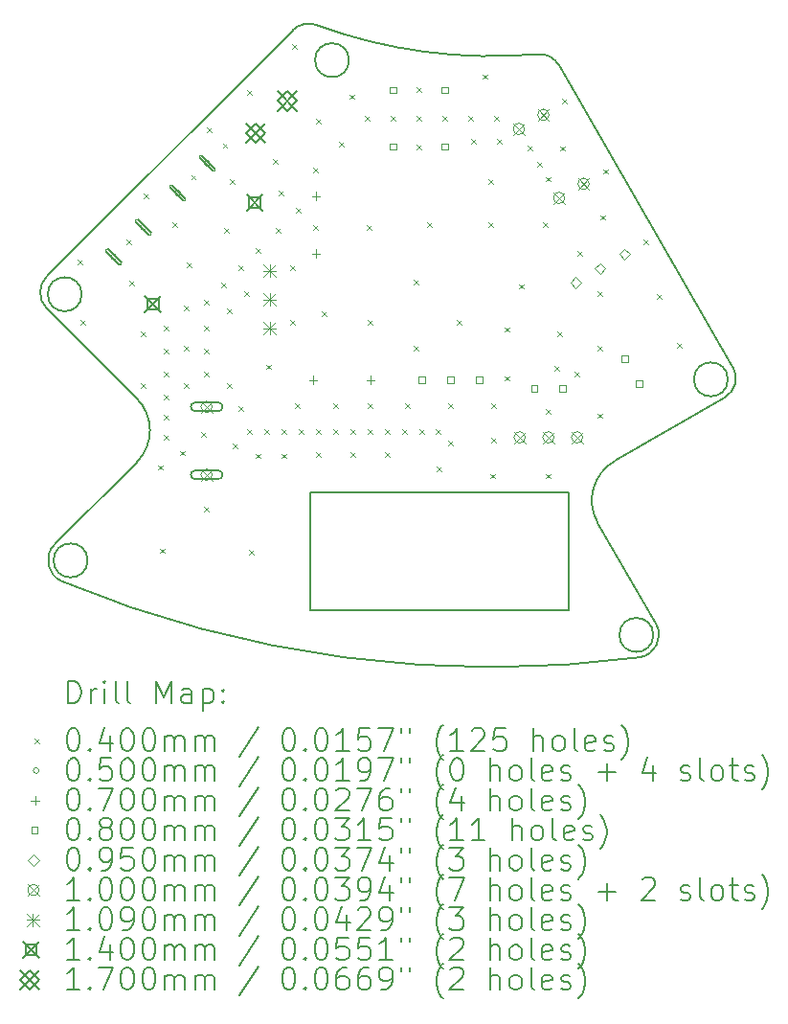
<source format=gbr>
%FSLAX45Y45*%
G04 Gerber Fmt 4.5, Leading zero omitted, Abs format (unit mm)*
G04 Created by KiCad (PCBNEW (6.0.5)) date 2023-02-26 21:46:27*
%MOMM*%
%LPD*%
G01*
G04 APERTURE LIST*
%TA.AperFunction,Profile*%
%ADD10C,0.200000*%
%TD*%
%ADD11C,0.200000*%
%ADD12C,0.040000*%
%ADD13C,0.050000*%
%ADD14C,0.070000*%
%ADD15C,0.080000*%
%ADD16C,0.095000*%
%ADD17C,0.100000*%
%ADD18C,0.109000*%
%ADD19C,0.140000*%
%ADD20C,0.170000*%
G04 APERTURE END LIST*
D10*
X11895603Y-9954989D02*
G75*
G03*
X11895601Y-10237829I141417J-141421D01*
G01*
X12691096Y-11599010D02*
X11965177Y-12324929D01*
X17918599Y-10866335D02*
G75*
G03*
X17918599Y-10866335I-150000J0D01*
G01*
X12691096Y-11599010D02*
G75*
G03*
X12691096Y-11033324I-282843J282843D01*
G01*
X14280348Y-7734228D02*
G75*
G03*
X16234741Y-7991528I1550302J4224518D01*
G01*
X17963455Y-10753835D02*
X16425905Y-8090720D01*
X14568410Y-8044912D02*
G75*
G03*
X14568410Y-8044912I-150000J0D01*
G01*
X14224000Y-11861800D02*
X16510000Y-11861800D01*
X16510000Y-11861800D02*
X16510000Y-12903200D01*
X16510000Y-12903200D02*
X14224000Y-12903200D01*
X14224000Y-12903200D02*
X14224000Y-11861800D01*
X16915972Y-11589540D02*
G75*
G03*
X16769561Y-12135950I199998J-346410D01*
G01*
X14280350Y-7734223D02*
G75*
G03*
X14070025Y-7780563I-68900J-187757D01*
G01*
X17890247Y-11027034D02*
G75*
G03*
X17963455Y-10753835I-99997J173204D01*
G01*
X11965177Y-12324929D02*
G75*
G03*
X12029814Y-12651023I141423J-141421D01*
G01*
X16915971Y-11589540D02*
X17890250Y-11027040D01*
X14070025Y-7780563D02*
X11895601Y-9954986D01*
X17259659Y-13125016D02*
G75*
G03*
X17259659Y-13125016I-150000J0D01*
G01*
X11895601Y-10237829D02*
X12691096Y-11033324D01*
X17136031Y-13323275D02*
G75*
G03*
X17282864Y-13025016I-26371J198255D01*
G01*
X17282864Y-13025016D02*
X16769561Y-12135950D01*
X12029814Y-12651023D02*
G75*
G03*
X17136030Y-13323269I3800836J9141313D01*
G01*
X12204700Y-10114085D02*
G75*
G03*
X12204700Y-10114085I-150000J0D01*
G01*
X16425905Y-8090720D02*
G75*
G03*
X16234741Y-7991528I-173205J-100000D01*
G01*
X12256598Y-12466350D02*
G75*
G03*
X12256598Y-12466350I-150000J0D01*
G01*
D11*
D12*
X12172000Y-9809800D02*
X12212000Y-9849800D01*
X12212000Y-9809800D02*
X12172000Y-9849800D01*
X12197400Y-10343200D02*
X12237400Y-10383200D01*
X12237400Y-10343200D02*
X12197400Y-10383200D01*
X12601995Y-9630195D02*
X12641995Y-9670195D01*
X12641995Y-9630195D02*
X12601995Y-9670195D01*
X12624687Y-9992113D02*
X12664687Y-10032113D01*
X12664687Y-9992113D02*
X12624687Y-10032113D01*
X12730800Y-10444800D02*
X12770800Y-10484800D01*
X12770800Y-10444800D02*
X12730800Y-10484800D01*
X12730800Y-10902000D02*
X12770800Y-10942000D01*
X12770800Y-10902000D02*
X12730800Y-10942000D01*
X12756200Y-9225600D02*
X12796200Y-9265600D01*
X12796200Y-9225600D02*
X12756200Y-9265600D01*
X12883200Y-11625900D02*
X12923200Y-11665900D01*
X12923200Y-11625900D02*
X12883200Y-11665900D01*
X12895900Y-12362500D02*
X12935900Y-12402500D01*
X12935900Y-12362500D02*
X12895900Y-12402500D01*
X12934000Y-10394000D02*
X12974000Y-10434000D01*
X12974000Y-10394000D02*
X12934000Y-10434000D01*
X12934000Y-10597200D02*
X12974000Y-10637200D01*
X12974000Y-10597200D02*
X12934000Y-10637200D01*
X12934000Y-10800400D02*
X12974000Y-10840400D01*
X12974000Y-10800400D02*
X12934000Y-10840400D01*
X12934000Y-11003600D02*
X12974000Y-11043600D01*
X12974000Y-11003600D02*
X12934000Y-11043600D01*
X12934000Y-11181400D02*
X12974000Y-11221400D01*
X12974000Y-11181400D02*
X12934000Y-11221400D01*
X12934000Y-11359200D02*
X12974000Y-11399200D01*
X12974000Y-11359200D02*
X12934000Y-11399200D01*
X13010200Y-9479600D02*
X13050200Y-9519600D01*
X13050200Y-9479600D02*
X13010200Y-9519600D01*
X13073700Y-11498900D02*
X13113700Y-11538900D01*
X13113700Y-11498900D02*
X13073700Y-11538900D01*
X13111800Y-10216200D02*
X13151800Y-10256200D01*
X13151800Y-10216200D02*
X13111800Y-10256200D01*
X13111800Y-10571800D02*
X13151800Y-10611800D01*
X13151800Y-10571800D02*
X13111800Y-10611800D01*
X13111800Y-10902000D02*
X13151800Y-10942000D01*
X13151800Y-10902000D02*
X13111800Y-10942000D01*
X13137200Y-9835200D02*
X13177200Y-9875200D01*
X13177200Y-9835200D02*
X13137200Y-9875200D01*
X13173495Y-9058695D02*
X13213495Y-9098695D01*
X13213495Y-9058695D02*
X13173495Y-9098695D01*
X13264200Y-11333800D02*
X13304200Y-11373800D01*
X13304200Y-11333800D02*
X13264200Y-11373800D01*
X13289600Y-10165400D02*
X13329600Y-10205400D01*
X13329600Y-10165400D02*
X13289600Y-10205400D01*
X13289600Y-10394000D02*
X13329600Y-10434000D01*
X13329600Y-10394000D02*
X13289600Y-10434000D01*
X13289600Y-10597200D02*
X13329600Y-10637200D01*
X13329600Y-10597200D02*
X13289600Y-10637200D01*
X13289600Y-10800400D02*
X13329600Y-10840400D01*
X13329600Y-10800400D02*
X13289600Y-10840400D01*
X13289600Y-11994200D02*
X13329600Y-12034200D01*
X13329600Y-11994200D02*
X13289600Y-12034200D01*
X13315000Y-8641400D02*
X13355000Y-8681400D01*
X13355000Y-8641400D02*
X13315000Y-8681400D01*
X13439076Y-10010076D02*
X13479076Y-10050076D01*
X13479076Y-10010076D02*
X13439076Y-10050076D01*
X13452895Y-8779295D02*
X13492895Y-8819295D01*
X13492895Y-8779295D02*
X13452895Y-8819295D01*
X13467400Y-9530400D02*
X13507400Y-9570400D01*
X13507400Y-9530400D02*
X13467400Y-9570400D01*
X13492800Y-10241600D02*
X13532800Y-10281600D01*
X13532800Y-10241600D02*
X13492800Y-10281600D01*
X13492800Y-10902000D02*
X13532800Y-10942000D01*
X13532800Y-10902000D02*
X13492800Y-10942000D01*
X13518200Y-9098600D02*
X13558200Y-9138600D01*
X13558200Y-9098600D02*
X13518200Y-9138600D01*
X13543600Y-11435400D02*
X13583600Y-11475400D01*
X13583600Y-11435400D02*
X13543600Y-11475400D01*
X13591476Y-9857676D02*
X13631476Y-9897676D01*
X13631476Y-9857676D02*
X13591476Y-9897676D01*
X13594400Y-11105200D02*
X13634400Y-11145200D01*
X13634400Y-11105200D02*
X13594400Y-11145200D01*
X13645200Y-10089200D02*
X13685200Y-10129200D01*
X13685200Y-10089200D02*
X13645200Y-10129200D01*
X13670600Y-8311200D02*
X13710600Y-8351200D01*
X13710600Y-8311200D02*
X13670600Y-8351200D01*
X13670600Y-11308400D02*
X13710600Y-11348400D01*
X13710600Y-11308400D02*
X13670600Y-11348400D01*
X13683300Y-12375200D02*
X13723300Y-12415200D01*
X13723300Y-12375200D02*
X13683300Y-12415200D01*
X13743876Y-9705276D02*
X13783876Y-9745276D01*
X13783876Y-9705276D02*
X13743876Y-9745276D01*
X13746800Y-11524300D02*
X13786800Y-11564300D01*
X13786800Y-11524300D02*
X13746800Y-11564300D01*
X13823000Y-11304549D02*
X13863000Y-11344549D01*
X13863000Y-11304549D02*
X13823000Y-11344549D01*
X13835700Y-10736900D02*
X13875700Y-10776900D01*
X13875700Y-10736900D02*
X13835700Y-10776900D01*
X13899200Y-8920800D02*
X13939200Y-8960800D01*
X13939200Y-8920800D02*
X13899200Y-8960800D01*
X13921676Y-9527476D02*
X13961676Y-9567476D01*
X13961676Y-9527476D02*
X13921676Y-9567476D01*
X13950000Y-9200200D02*
X13990000Y-9240200D01*
X13990000Y-9200200D02*
X13950000Y-9240200D01*
X13975400Y-11304549D02*
X14015400Y-11344549D01*
X14015400Y-11304549D02*
X13975400Y-11344549D01*
X13975400Y-11524300D02*
X14015400Y-11564300D01*
X14015400Y-11524300D02*
X13975400Y-11564300D01*
X14051600Y-9860600D02*
X14091600Y-9900600D01*
X14091600Y-9860600D02*
X14051600Y-9900600D01*
X14051600Y-10343200D02*
X14091600Y-10383200D01*
X14091600Y-10343200D02*
X14051600Y-10383200D01*
X14064300Y-7904800D02*
X14104300Y-7944800D01*
X14104300Y-7904800D02*
X14064300Y-7944800D01*
X14089700Y-11079800D02*
X14129700Y-11119800D01*
X14129700Y-11079800D02*
X14089700Y-11119800D01*
X14099476Y-9349676D02*
X14139476Y-9389676D01*
X14139476Y-9349676D02*
X14099476Y-9389676D01*
X14127800Y-11304549D02*
X14167800Y-11344549D01*
X14167800Y-11304549D02*
X14127800Y-11344549D01*
X14254800Y-8997000D02*
X14294800Y-9037000D01*
X14294800Y-8997000D02*
X14254800Y-9037000D01*
X14254800Y-9505000D02*
X14294800Y-9545000D01*
X14294800Y-9505000D02*
X14254800Y-9545000D01*
X14280200Y-8565200D02*
X14320200Y-8605200D01*
X14320200Y-8565200D02*
X14280200Y-8605200D01*
X14280200Y-11304549D02*
X14320200Y-11344549D01*
X14320200Y-11304549D02*
X14280200Y-11344549D01*
X14280200Y-11511600D02*
X14320200Y-11551600D01*
X14320200Y-11511600D02*
X14280200Y-11551600D01*
X14331000Y-10267000D02*
X14371000Y-10307000D01*
X14371000Y-10267000D02*
X14331000Y-10307000D01*
X14432600Y-11079800D02*
X14472600Y-11119800D01*
X14472600Y-11079800D02*
X14432600Y-11119800D01*
X14432600Y-11304549D02*
X14472600Y-11344549D01*
X14472600Y-11304549D02*
X14432600Y-11344549D01*
X14483400Y-8768400D02*
X14523400Y-8808400D01*
X14523400Y-8768400D02*
X14483400Y-8808400D01*
X14572300Y-8349300D02*
X14612300Y-8389300D01*
X14612300Y-8349300D02*
X14572300Y-8389300D01*
X14585000Y-11304549D02*
X14625000Y-11344549D01*
X14625000Y-11304549D02*
X14585000Y-11344549D01*
X14585000Y-11511600D02*
X14625000Y-11551600D01*
X14625000Y-11511600D02*
X14585000Y-11551600D01*
X14712000Y-8539800D02*
X14752000Y-8579800D01*
X14752000Y-8539800D02*
X14712000Y-8579800D01*
X14724700Y-9505000D02*
X14764700Y-9545000D01*
X14764700Y-9505000D02*
X14724700Y-9545000D01*
X14737400Y-10343200D02*
X14777400Y-10383200D01*
X14777400Y-10343200D02*
X14737400Y-10383200D01*
X14737400Y-11079800D02*
X14777400Y-11119800D01*
X14777400Y-11079800D02*
X14737400Y-11119800D01*
X14737400Y-11304549D02*
X14777400Y-11344549D01*
X14777400Y-11304549D02*
X14737400Y-11344549D01*
X14889800Y-11304549D02*
X14929800Y-11344549D01*
X14929800Y-11304549D02*
X14889800Y-11344549D01*
X14889800Y-11511600D02*
X14929800Y-11551600D01*
X14929800Y-11511600D02*
X14889800Y-11551600D01*
X14940600Y-8539800D02*
X14980600Y-8579800D01*
X14980600Y-8539800D02*
X14940600Y-8579800D01*
X15042200Y-11304549D02*
X15082200Y-11344549D01*
X15082200Y-11304549D02*
X15042200Y-11344549D01*
X15067600Y-11079800D02*
X15107600Y-11119800D01*
X15107600Y-11079800D02*
X15067600Y-11119800D01*
X15143800Y-9987600D02*
X15183800Y-10027600D01*
X15183800Y-9987600D02*
X15143800Y-10027600D01*
X15143800Y-10571800D02*
X15183800Y-10611800D01*
X15183800Y-10571800D02*
X15143800Y-10611800D01*
X15169200Y-8285800D02*
X15209200Y-8325800D01*
X15209200Y-8285800D02*
X15169200Y-8325800D01*
X15169200Y-8539800D02*
X15209200Y-8579800D01*
X15209200Y-8539800D02*
X15169200Y-8579800D01*
X15169200Y-8793800D02*
X15209200Y-8833800D01*
X15209200Y-8793800D02*
X15169200Y-8833800D01*
X15194600Y-11304549D02*
X15234600Y-11344549D01*
X15234600Y-11304549D02*
X15194600Y-11344549D01*
X15258100Y-9479600D02*
X15298100Y-9519600D01*
X15298100Y-9479600D02*
X15258100Y-9519600D01*
X15338351Y-11304549D02*
X15378351Y-11344549D01*
X15378351Y-11304549D02*
X15338351Y-11344549D01*
X15347000Y-11638600D02*
X15387000Y-11678600D01*
X15387000Y-11638600D02*
X15347000Y-11678600D01*
X15397800Y-8539800D02*
X15437800Y-8579800D01*
X15437800Y-8539800D02*
X15397800Y-8579800D01*
X15448600Y-11079800D02*
X15488600Y-11119800D01*
X15488600Y-11079800D02*
X15448600Y-11119800D01*
X15448600Y-11410000D02*
X15488600Y-11450000D01*
X15488600Y-11410000D02*
X15448600Y-11450000D01*
X15524800Y-10343200D02*
X15564800Y-10383200D01*
X15564800Y-10343200D02*
X15524800Y-10383200D01*
X15626400Y-8539800D02*
X15666400Y-8579800D01*
X15666400Y-8539800D02*
X15626400Y-8579800D01*
X15651800Y-8743000D02*
X15691800Y-8783000D01*
X15691800Y-8743000D02*
X15651800Y-8783000D01*
X15753400Y-8171500D02*
X15793400Y-8211500D01*
X15793400Y-8171500D02*
X15753400Y-8211500D01*
X15804200Y-9098600D02*
X15844200Y-9138600D01*
X15844200Y-9098600D02*
X15804200Y-9138600D01*
X15804200Y-9479600D02*
X15844200Y-9519600D01*
X15844200Y-9479600D02*
X15804200Y-9519600D01*
X15816900Y-11702100D02*
X15856900Y-11742100D01*
X15856900Y-11702100D02*
X15816900Y-11742100D01*
X15829600Y-11079800D02*
X15869600Y-11119800D01*
X15869600Y-11079800D02*
X15829600Y-11119800D01*
X15829600Y-11384600D02*
X15869600Y-11424600D01*
X15869600Y-11384600D02*
X15829600Y-11424600D01*
X15855000Y-8539800D02*
X15895000Y-8579800D01*
X15895000Y-8539800D02*
X15855000Y-8579800D01*
X15880400Y-8743000D02*
X15920400Y-8783000D01*
X15920400Y-8743000D02*
X15880400Y-8783000D01*
X15943900Y-10406700D02*
X15983900Y-10446700D01*
X15983900Y-10406700D02*
X15943900Y-10446700D01*
X15943900Y-10838500D02*
X15983900Y-10878500D01*
X15983900Y-10838500D02*
X15943900Y-10878500D01*
X16070900Y-10025700D02*
X16110900Y-10065700D01*
X16110900Y-10025700D02*
X16070900Y-10065700D01*
X16150122Y-8803478D02*
X16190122Y-8843478D01*
X16190122Y-8803478D02*
X16150122Y-8843478D01*
X16234343Y-8947857D02*
X16274343Y-8987857D01*
X16274343Y-8947857D02*
X16234343Y-8987857D01*
X16286800Y-9479600D02*
X16326800Y-9519600D01*
X16326800Y-9479600D02*
X16286800Y-9519600D01*
X16309207Y-9076193D02*
X16349207Y-9116193D01*
X16349207Y-9076193D02*
X16309207Y-9116193D01*
X16312200Y-11130600D02*
X16352200Y-11170600D01*
X16352200Y-11130600D02*
X16312200Y-11170600D01*
X16312200Y-11702100D02*
X16352200Y-11742100D01*
X16352200Y-11702100D02*
X16312200Y-11742100D01*
X16388400Y-10749600D02*
X16428400Y-10789600D01*
X16428400Y-10749600D02*
X16388400Y-10789600D01*
X16413800Y-10444800D02*
X16453800Y-10484800D01*
X16453800Y-10444800D02*
X16413800Y-10484800D01*
X16439200Y-8806500D02*
X16479200Y-8846500D01*
X16479200Y-8806500D02*
X16439200Y-8846500D01*
X16451900Y-8387400D02*
X16491900Y-8427400D01*
X16491900Y-8387400D02*
X16451900Y-8427400D01*
X16566200Y-10800400D02*
X16606200Y-10840400D01*
X16606200Y-10800400D02*
X16566200Y-10840400D01*
X16591600Y-9733600D02*
X16631600Y-9773600D01*
X16631600Y-9733600D02*
X16591600Y-9773600D01*
X16769400Y-10089200D02*
X16809400Y-10129200D01*
X16809400Y-10089200D02*
X16769400Y-10129200D01*
X16769400Y-10571800D02*
X16809400Y-10611800D01*
X16809400Y-10571800D02*
X16769400Y-10611800D01*
X16769400Y-11168700D02*
X16809400Y-11208700D01*
X16809400Y-11168700D02*
X16769400Y-11208700D01*
X16794800Y-9416100D02*
X16834800Y-9456100D01*
X16834800Y-9416100D02*
X16794800Y-9456100D01*
X16820200Y-9009700D02*
X16860200Y-9049700D01*
X16860200Y-9009700D02*
X16820200Y-9049700D01*
X17175800Y-9632000D02*
X17215800Y-9672000D01*
X17215800Y-9632000D02*
X17175800Y-9672000D01*
X17290100Y-10114600D02*
X17330100Y-10154600D01*
X17330100Y-10114600D02*
X17290100Y-10154600D01*
X17467900Y-10546400D02*
X17507900Y-10586400D01*
X17507900Y-10546400D02*
X17467900Y-10586400D01*
D13*
X12512737Y-9784452D02*
G75*
G03*
X12512737Y-9784452I-25000J0D01*
G01*
D11*
X12554912Y-9830414D02*
X12441775Y-9717277D01*
X12533699Y-9851627D02*
X12420562Y-9738490D01*
X12441775Y-9717277D02*
G75*
G03*
X12420562Y-9738490I-10607J-10607D01*
G01*
X12533699Y-9851627D02*
G75*
G03*
X12554912Y-9830414I10607J10607D01*
G01*
D13*
X12774367Y-9522823D02*
G75*
G03*
X12774367Y-9522823I-25000J0D01*
G01*
D11*
X12816542Y-9568785D02*
X12703405Y-9455648D01*
X12795329Y-9589998D02*
X12682192Y-9476861D01*
X12703405Y-9455648D02*
G75*
G03*
X12682192Y-9476861I-10607J-10607D01*
G01*
X12795329Y-9589998D02*
G75*
G03*
X12816542Y-9568785I10607J10607D01*
G01*
D13*
X13078423Y-9218767D02*
G75*
G03*
X13078423Y-9218767I-25000J0D01*
G01*
D11*
X13120598Y-9264729D02*
X13007461Y-9151592D01*
X13099385Y-9285942D02*
X12986248Y-9172805D01*
X13007461Y-9151592D02*
G75*
G03*
X12986248Y-9172805I-10607J-10607D01*
G01*
X13099385Y-9285942D02*
G75*
G03*
X13120598Y-9264729I10607J10607D01*
G01*
D13*
X13340052Y-8957137D02*
G75*
G03*
X13340052Y-8957137I-25000J0D01*
G01*
D11*
X13382227Y-9003099D02*
X13269090Y-8889962D01*
X13361014Y-9024313D02*
X13247877Y-8911176D01*
X13269090Y-8889962D02*
G75*
G03*
X13247877Y-8911176I-10607J-10607D01*
G01*
X13361014Y-9024313D02*
G75*
G03*
X13382227Y-9003099I10607J10607D01*
G01*
D14*
X14249400Y-10836200D02*
X14249400Y-10906200D01*
X14214400Y-10871200D02*
X14284400Y-10871200D01*
X14274800Y-9210600D02*
X14274800Y-9280600D01*
X14239800Y-9245600D02*
X14309800Y-9245600D01*
X14274800Y-9718600D02*
X14274800Y-9788600D01*
X14239800Y-9753600D02*
X14309800Y-9753600D01*
X14757400Y-10836200D02*
X14757400Y-10906200D01*
X14722400Y-10871200D02*
X14792400Y-10871200D01*
D15*
X14988884Y-8338084D02*
X14988884Y-8281515D01*
X14932315Y-8281515D01*
X14932315Y-8338084D01*
X14988884Y-8338084D01*
X14988884Y-8838085D02*
X14988884Y-8781516D01*
X14932315Y-8781516D01*
X14932315Y-8838085D01*
X14988884Y-8838085D01*
X15241884Y-10899485D02*
X15241884Y-10842916D01*
X15185315Y-10842916D01*
X15185315Y-10899485D01*
X15241884Y-10899485D01*
X15446084Y-8338084D02*
X15446084Y-8281515D01*
X15389515Y-8281515D01*
X15389515Y-8338084D01*
X15446084Y-8338084D01*
X15446084Y-8838085D02*
X15446084Y-8781516D01*
X15389515Y-8781516D01*
X15389515Y-8838085D01*
X15446084Y-8838085D01*
X15495884Y-10899485D02*
X15495884Y-10842916D01*
X15439315Y-10842916D01*
X15439315Y-10899485D01*
X15495884Y-10899485D01*
X15749884Y-10899485D02*
X15749884Y-10842916D01*
X15693315Y-10842916D01*
X15693315Y-10899485D01*
X15749884Y-10899485D01*
X16235484Y-10975685D02*
X16235484Y-10919116D01*
X16178915Y-10919116D01*
X16178915Y-10975685D01*
X16235484Y-10975685D01*
X16485484Y-10975685D02*
X16485484Y-10919116D01*
X16428915Y-10919116D01*
X16428915Y-10975685D01*
X16485484Y-10975685D01*
X17034585Y-10715031D02*
X17034585Y-10658462D01*
X16978016Y-10658462D01*
X16978016Y-10715031D01*
X17034585Y-10715031D01*
X17159585Y-10931538D02*
X17159585Y-10874969D01*
X17103016Y-10874969D01*
X17103016Y-10931538D01*
X17159585Y-10931538D01*
D16*
X16572044Y-10058434D02*
X16619544Y-10010934D01*
X16572044Y-9963434D01*
X16524544Y-10010934D01*
X16572044Y-10058434D01*
X16788550Y-9933434D02*
X16836050Y-9885934D01*
X16788550Y-9838434D01*
X16741050Y-9885934D01*
X16788550Y-9933434D01*
X17005056Y-9808434D02*
X17052556Y-9760934D01*
X17005056Y-9713434D01*
X16957556Y-9760934D01*
X17005056Y-9808434D01*
D17*
X13259600Y-11059400D02*
X13359600Y-11159400D01*
X13359600Y-11059400D02*
X13259600Y-11159400D01*
X13359600Y-11109400D02*
G75*
G03*
X13359600Y-11109400I-50000J0D01*
G01*
D11*
X13209600Y-11149400D02*
X13409600Y-11149400D01*
X13209600Y-11069400D02*
X13409600Y-11069400D01*
X13409600Y-11149400D02*
G75*
G03*
X13409600Y-11069400I0J40000D01*
G01*
X13209600Y-11069400D02*
G75*
G03*
X13209600Y-11149400I0J-40000D01*
G01*
D17*
X13259600Y-11659400D02*
X13359600Y-11759400D01*
X13359600Y-11659400D02*
X13259600Y-11759400D01*
X13359600Y-11709400D02*
G75*
G03*
X13359600Y-11709400I-50000J0D01*
G01*
D11*
X13209600Y-11749400D02*
X13409600Y-11749400D01*
X13209600Y-11669400D02*
X13409600Y-11669400D01*
X13409600Y-11749400D02*
G75*
G03*
X13409600Y-11669400I0J40000D01*
G01*
X13209600Y-11669400D02*
G75*
G03*
X13209600Y-11749400I0J-40000D01*
G01*
D17*
X16020697Y-8603034D02*
X16120697Y-8703034D01*
X16120697Y-8603034D02*
X16020697Y-8703034D01*
X16120697Y-8653034D02*
G75*
G03*
X16120697Y-8653034I-50000J0D01*
G01*
X16028200Y-11329200D02*
X16128200Y-11429200D01*
X16128200Y-11329200D02*
X16028200Y-11429200D01*
X16128200Y-11379200D02*
G75*
G03*
X16128200Y-11379200I-50000J0D01*
G01*
X16237203Y-8478034D02*
X16337203Y-8578034D01*
X16337203Y-8478034D02*
X16237203Y-8578034D01*
X16337203Y-8528034D02*
G75*
G03*
X16337203Y-8528034I-50000J0D01*
G01*
X16282200Y-11329200D02*
X16382200Y-11429200D01*
X16382200Y-11329200D02*
X16282200Y-11429200D01*
X16382200Y-11379200D02*
G75*
G03*
X16382200Y-11379200I-50000J0D01*
G01*
X16376297Y-9212634D02*
X16476297Y-9312634D01*
X16476297Y-9212634D02*
X16376297Y-9312634D01*
X16476297Y-9262634D02*
G75*
G03*
X16476297Y-9262634I-50000J0D01*
G01*
X16536200Y-11329200D02*
X16636200Y-11429200D01*
X16636200Y-11329200D02*
X16536200Y-11429200D01*
X16636200Y-11379200D02*
G75*
G03*
X16636200Y-11379200I-50000J0D01*
G01*
X16592803Y-9087634D02*
X16692803Y-9187634D01*
X16692803Y-9087634D02*
X16592803Y-9187634D01*
X16692803Y-9137634D02*
G75*
G03*
X16692803Y-9137634I-50000J0D01*
G01*
D18*
X13813900Y-9851500D02*
X13922900Y-9960500D01*
X13922900Y-9851500D02*
X13813900Y-9960500D01*
X13868400Y-9851500D02*
X13868400Y-9960500D01*
X13813900Y-9906000D02*
X13922900Y-9906000D01*
X13813900Y-10105500D02*
X13922900Y-10214500D01*
X13922900Y-10105500D02*
X13813900Y-10214500D01*
X13868400Y-10105500D02*
X13868400Y-10214500D01*
X13813900Y-10160000D02*
X13922900Y-10160000D01*
X13813900Y-10359500D02*
X13922900Y-10468500D01*
X13922900Y-10359500D02*
X13813900Y-10468500D01*
X13868400Y-10359500D02*
X13868400Y-10468500D01*
X13813900Y-10414000D02*
X13922900Y-10414000D01*
D19*
X12765187Y-10132613D02*
X12905187Y-10272613D01*
X12905187Y-10132613D02*
X12765187Y-10272613D01*
X12884685Y-10252111D02*
X12884685Y-10153115D01*
X12785689Y-10153115D01*
X12785689Y-10252111D01*
X12884685Y-10252111D01*
X13663213Y-9234587D02*
X13803213Y-9374587D01*
X13803213Y-9234587D02*
X13663213Y-9374587D01*
X13782711Y-9354085D02*
X13782711Y-9255089D01*
X13683715Y-9255089D01*
X13683715Y-9354085D01*
X13782711Y-9354085D01*
D20*
X13655302Y-8601316D02*
X13825302Y-8771316D01*
X13825302Y-8601316D02*
X13655302Y-8771316D01*
X13740302Y-8771316D02*
X13825302Y-8686316D01*
X13740302Y-8601316D01*
X13655302Y-8686316D01*
X13740302Y-8771316D01*
X13935316Y-8321302D02*
X14105316Y-8491302D01*
X14105316Y-8321302D02*
X13935316Y-8491302D01*
X14020316Y-8491302D02*
X14105316Y-8406302D01*
X14020316Y-8321302D01*
X13935316Y-8406302D01*
X14020316Y-8491302D01*
D11*
X12084642Y-13730184D02*
X12084642Y-13530184D01*
X12132261Y-13530184D01*
X12160833Y-13539708D01*
X12179880Y-13558756D01*
X12189404Y-13577803D01*
X12198928Y-13615898D01*
X12198928Y-13644470D01*
X12189404Y-13682565D01*
X12179880Y-13701613D01*
X12160833Y-13720660D01*
X12132261Y-13730184D01*
X12084642Y-13730184D01*
X12284642Y-13730184D02*
X12284642Y-13596851D01*
X12284642Y-13634946D02*
X12294166Y-13615898D01*
X12303690Y-13606375D01*
X12322737Y-13596851D01*
X12341785Y-13596851D01*
X12408452Y-13730184D02*
X12408452Y-13596851D01*
X12408452Y-13530184D02*
X12398928Y-13539708D01*
X12408452Y-13549232D01*
X12417976Y-13539708D01*
X12408452Y-13530184D01*
X12408452Y-13549232D01*
X12532261Y-13730184D02*
X12513214Y-13720660D01*
X12503690Y-13701613D01*
X12503690Y-13530184D01*
X12637023Y-13730184D02*
X12617976Y-13720660D01*
X12608452Y-13701613D01*
X12608452Y-13530184D01*
X12865595Y-13730184D02*
X12865595Y-13530184D01*
X12932261Y-13673041D01*
X12998928Y-13530184D01*
X12998928Y-13730184D01*
X13179880Y-13730184D02*
X13179880Y-13625422D01*
X13170357Y-13606375D01*
X13151309Y-13596851D01*
X13113214Y-13596851D01*
X13094166Y-13606375D01*
X13179880Y-13720660D02*
X13160833Y-13730184D01*
X13113214Y-13730184D01*
X13094166Y-13720660D01*
X13084642Y-13701613D01*
X13084642Y-13682565D01*
X13094166Y-13663518D01*
X13113214Y-13653994D01*
X13160833Y-13653994D01*
X13179880Y-13644470D01*
X13275118Y-13596851D02*
X13275118Y-13796851D01*
X13275118Y-13606375D02*
X13294166Y-13596851D01*
X13332261Y-13596851D01*
X13351309Y-13606375D01*
X13360833Y-13615898D01*
X13370357Y-13634946D01*
X13370357Y-13692089D01*
X13360833Y-13711137D01*
X13351309Y-13720660D01*
X13332261Y-13730184D01*
X13294166Y-13730184D01*
X13275118Y-13720660D01*
X13456071Y-13711137D02*
X13465595Y-13720660D01*
X13456071Y-13730184D01*
X13446547Y-13720660D01*
X13456071Y-13711137D01*
X13456071Y-13730184D01*
X13456071Y-13606375D02*
X13465595Y-13615898D01*
X13456071Y-13625422D01*
X13446547Y-13615898D01*
X13456071Y-13606375D01*
X13456071Y-13625422D01*
D12*
X11787023Y-14039708D02*
X11827023Y-14079708D01*
X11827023Y-14039708D02*
X11787023Y-14079708D01*
D11*
X12122737Y-13950184D02*
X12141785Y-13950184D01*
X12160833Y-13959708D01*
X12170357Y-13969232D01*
X12179880Y-13988279D01*
X12189404Y-14026375D01*
X12189404Y-14073994D01*
X12179880Y-14112089D01*
X12170357Y-14131137D01*
X12160833Y-14140660D01*
X12141785Y-14150184D01*
X12122737Y-14150184D01*
X12103690Y-14140660D01*
X12094166Y-14131137D01*
X12084642Y-14112089D01*
X12075118Y-14073994D01*
X12075118Y-14026375D01*
X12084642Y-13988279D01*
X12094166Y-13969232D01*
X12103690Y-13959708D01*
X12122737Y-13950184D01*
X12275118Y-14131137D02*
X12284642Y-14140660D01*
X12275118Y-14150184D01*
X12265595Y-14140660D01*
X12275118Y-14131137D01*
X12275118Y-14150184D01*
X12456071Y-14016851D02*
X12456071Y-14150184D01*
X12408452Y-13940660D02*
X12360833Y-14083518D01*
X12484642Y-14083518D01*
X12598928Y-13950184D02*
X12617976Y-13950184D01*
X12637023Y-13959708D01*
X12646547Y-13969232D01*
X12656071Y-13988279D01*
X12665595Y-14026375D01*
X12665595Y-14073994D01*
X12656071Y-14112089D01*
X12646547Y-14131137D01*
X12637023Y-14140660D01*
X12617976Y-14150184D01*
X12598928Y-14150184D01*
X12579880Y-14140660D01*
X12570357Y-14131137D01*
X12560833Y-14112089D01*
X12551309Y-14073994D01*
X12551309Y-14026375D01*
X12560833Y-13988279D01*
X12570357Y-13969232D01*
X12579880Y-13959708D01*
X12598928Y-13950184D01*
X12789404Y-13950184D02*
X12808452Y-13950184D01*
X12827499Y-13959708D01*
X12837023Y-13969232D01*
X12846547Y-13988279D01*
X12856071Y-14026375D01*
X12856071Y-14073994D01*
X12846547Y-14112089D01*
X12837023Y-14131137D01*
X12827499Y-14140660D01*
X12808452Y-14150184D01*
X12789404Y-14150184D01*
X12770357Y-14140660D01*
X12760833Y-14131137D01*
X12751309Y-14112089D01*
X12741785Y-14073994D01*
X12741785Y-14026375D01*
X12751309Y-13988279D01*
X12760833Y-13969232D01*
X12770357Y-13959708D01*
X12789404Y-13950184D01*
X12941785Y-14150184D02*
X12941785Y-14016851D01*
X12941785Y-14035898D02*
X12951309Y-14026375D01*
X12970357Y-14016851D01*
X12998928Y-14016851D01*
X13017976Y-14026375D01*
X13027499Y-14045422D01*
X13027499Y-14150184D01*
X13027499Y-14045422D02*
X13037023Y-14026375D01*
X13056071Y-14016851D01*
X13084642Y-14016851D01*
X13103690Y-14026375D01*
X13113214Y-14045422D01*
X13113214Y-14150184D01*
X13208452Y-14150184D02*
X13208452Y-14016851D01*
X13208452Y-14035898D02*
X13217976Y-14026375D01*
X13237023Y-14016851D01*
X13265595Y-14016851D01*
X13284642Y-14026375D01*
X13294166Y-14045422D01*
X13294166Y-14150184D01*
X13294166Y-14045422D02*
X13303690Y-14026375D01*
X13322737Y-14016851D01*
X13351309Y-14016851D01*
X13370357Y-14026375D01*
X13379880Y-14045422D01*
X13379880Y-14150184D01*
X13770357Y-13940660D02*
X13598928Y-14197803D01*
X14027499Y-13950184D02*
X14046547Y-13950184D01*
X14065595Y-13959708D01*
X14075118Y-13969232D01*
X14084642Y-13988279D01*
X14094166Y-14026375D01*
X14094166Y-14073994D01*
X14084642Y-14112089D01*
X14075118Y-14131137D01*
X14065595Y-14140660D01*
X14046547Y-14150184D01*
X14027499Y-14150184D01*
X14008452Y-14140660D01*
X13998928Y-14131137D01*
X13989404Y-14112089D01*
X13979880Y-14073994D01*
X13979880Y-14026375D01*
X13989404Y-13988279D01*
X13998928Y-13969232D01*
X14008452Y-13959708D01*
X14027499Y-13950184D01*
X14179880Y-14131137D02*
X14189404Y-14140660D01*
X14179880Y-14150184D01*
X14170357Y-14140660D01*
X14179880Y-14131137D01*
X14179880Y-14150184D01*
X14313214Y-13950184D02*
X14332261Y-13950184D01*
X14351309Y-13959708D01*
X14360833Y-13969232D01*
X14370357Y-13988279D01*
X14379880Y-14026375D01*
X14379880Y-14073994D01*
X14370357Y-14112089D01*
X14360833Y-14131137D01*
X14351309Y-14140660D01*
X14332261Y-14150184D01*
X14313214Y-14150184D01*
X14294166Y-14140660D01*
X14284642Y-14131137D01*
X14275118Y-14112089D01*
X14265595Y-14073994D01*
X14265595Y-14026375D01*
X14275118Y-13988279D01*
X14284642Y-13969232D01*
X14294166Y-13959708D01*
X14313214Y-13950184D01*
X14570357Y-14150184D02*
X14456071Y-14150184D01*
X14513214Y-14150184D02*
X14513214Y-13950184D01*
X14494166Y-13978756D01*
X14475118Y-13997803D01*
X14456071Y-14007327D01*
X14751309Y-13950184D02*
X14656071Y-13950184D01*
X14646547Y-14045422D01*
X14656071Y-14035898D01*
X14675118Y-14026375D01*
X14722737Y-14026375D01*
X14741785Y-14035898D01*
X14751309Y-14045422D01*
X14760833Y-14064470D01*
X14760833Y-14112089D01*
X14751309Y-14131137D01*
X14741785Y-14140660D01*
X14722737Y-14150184D01*
X14675118Y-14150184D01*
X14656071Y-14140660D01*
X14646547Y-14131137D01*
X14827499Y-13950184D02*
X14960833Y-13950184D01*
X14875118Y-14150184D01*
X15027499Y-13950184D02*
X15027499Y-13988279D01*
X15103690Y-13950184D02*
X15103690Y-13988279D01*
X15398928Y-14226375D02*
X15389404Y-14216851D01*
X15370357Y-14188279D01*
X15360833Y-14169232D01*
X15351309Y-14140660D01*
X15341785Y-14093041D01*
X15341785Y-14054946D01*
X15351309Y-14007327D01*
X15360833Y-13978756D01*
X15370357Y-13959708D01*
X15389404Y-13931137D01*
X15398928Y-13921613D01*
X15579880Y-14150184D02*
X15465595Y-14150184D01*
X15522737Y-14150184D02*
X15522737Y-13950184D01*
X15503690Y-13978756D01*
X15484642Y-13997803D01*
X15465595Y-14007327D01*
X15656071Y-13969232D02*
X15665595Y-13959708D01*
X15684642Y-13950184D01*
X15732261Y-13950184D01*
X15751309Y-13959708D01*
X15760833Y-13969232D01*
X15770357Y-13988279D01*
X15770357Y-14007327D01*
X15760833Y-14035898D01*
X15646547Y-14150184D01*
X15770357Y-14150184D01*
X15951309Y-13950184D02*
X15856071Y-13950184D01*
X15846547Y-14045422D01*
X15856071Y-14035898D01*
X15875118Y-14026375D01*
X15922737Y-14026375D01*
X15941785Y-14035898D01*
X15951309Y-14045422D01*
X15960833Y-14064470D01*
X15960833Y-14112089D01*
X15951309Y-14131137D01*
X15941785Y-14140660D01*
X15922737Y-14150184D01*
X15875118Y-14150184D01*
X15856071Y-14140660D01*
X15846547Y-14131137D01*
X16198928Y-14150184D02*
X16198928Y-13950184D01*
X16284642Y-14150184D02*
X16284642Y-14045422D01*
X16275118Y-14026375D01*
X16256071Y-14016851D01*
X16227499Y-14016851D01*
X16208452Y-14026375D01*
X16198928Y-14035898D01*
X16408452Y-14150184D02*
X16389404Y-14140660D01*
X16379880Y-14131137D01*
X16370357Y-14112089D01*
X16370357Y-14054946D01*
X16379880Y-14035898D01*
X16389404Y-14026375D01*
X16408452Y-14016851D01*
X16437023Y-14016851D01*
X16456071Y-14026375D01*
X16465595Y-14035898D01*
X16475118Y-14054946D01*
X16475118Y-14112089D01*
X16465595Y-14131137D01*
X16456071Y-14140660D01*
X16437023Y-14150184D01*
X16408452Y-14150184D01*
X16589404Y-14150184D02*
X16570357Y-14140660D01*
X16560833Y-14121613D01*
X16560833Y-13950184D01*
X16741785Y-14140660D02*
X16722737Y-14150184D01*
X16684642Y-14150184D01*
X16665595Y-14140660D01*
X16656071Y-14121613D01*
X16656071Y-14045422D01*
X16665595Y-14026375D01*
X16684642Y-14016851D01*
X16722737Y-14016851D01*
X16741785Y-14026375D01*
X16751309Y-14045422D01*
X16751309Y-14064470D01*
X16656071Y-14083518D01*
X16827499Y-14140660D02*
X16846547Y-14150184D01*
X16884642Y-14150184D01*
X16903690Y-14140660D01*
X16913214Y-14121613D01*
X16913214Y-14112089D01*
X16903690Y-14093041D01*
X16884642Y-14083518D01*
X16856071Y-14083518D01*
X16837023Y-14073994D01*
X16827499Y-14054946D01*
X16827499Y-14045422D01*
X16837023Y-14026375D01*
X16856071Y-14016851D01*
X16884642Y-14016851D01*
X16903690Y-14026375D01*
X16979880Y-14226375D02*
X16989404Y-14216851D01*
X17008452Y-14188279D01*
X17017976Y-14169232D01*
X17027499Y-14140660D01*
X17037023Y-14093041D01*
X17037023Y-14054946D01*
X17027499Y-14007327D01*
X17017976Y-13978756D01*
X17008452Y-13959708D01*
X16989404Y-13931137D01*
X16979880Y-13921613D01*
D13*
X11827023Y-14323708D02*
G75*
G03*
X11827023Y-14323708I-25000J0D01*
G01*
D11*
X12122737Y-14214184D02*
X12141785Y-14214184D01*
X12160833Y-14223708D01*
X12170357Y-14233232D01*
X12179880Y-14252279D01*
X12189404Y-14290375D01*
X12189404Y-14337994D01*
X12179880Y-14376089D01*
X12170357Y-14395137D01*
X12160833Y-14404660D01*
X12141785Y-14414184D01*
X12122737Y-14414184D01*
X12103690Y-14404660D01*
X12094166Y-14395137D01*
X12084642Y-14376089D01*
X12075118Y-14337994D01*
X12075118Y-14290375D01*
X12084642Y-14252279D01*
X12094166Y-14233232D01*
X12103690Y-14223708D01*
X12122737Y-14214184D01*
X12275118Y-14395137D02*
X12284642Y-14404660D01*
X12275118Y-14414184D01*
X12265595Y-14404660D01*
X12275118Y-14395137D01*
X12275118Y-14414184D01*
X12465595Y-14214184D02*
X12370357Y-14214184D01*
X12360833Y-14309422D01*
X12370357Y-14299898D01*
X12389404Y-14290375D01*
X12437023Y-14290375D01*
X12456071Y-14299898D01*
X12465595Y-14309422D01*
X12475118Y-14328470D01*
X12475118Y-14376089D01*
X12465595Y-14395137D01*
X12456071Y-14404660D01*
X12437023Y-14414184D01*
X12389404Y-14414184D01*
X12370357Y-14404660D01*
X12360833Y-14395137D01*
X12598928Y-14214184D02*
X12617976Y-14214184D01*
X12637023Y-14223708D01*
X12646547Y-14233232D01*
X12656071Y-14252279D01*
X12665595Y-14290375D01*
X12665595Y-14337994D01*
X12656071Y-14376089D01*
X12646547Y-14395137D01*
X12637023Y-14404660D01*
X12617976Y-14414184D01*
X12598928Y-14414184D01*
X12579880Y-14404660D01*
X12570357Y-14395137D01*
X12560833Y-14376089D01*
X12551309Y-14337994D01*
X12551309Y-14290375D01*
X12560833Y-14252279D01*
X12570357Y-14233232D01*
X12579880Y-14223708D01*
X12598928Y-14214184D01*
X12789404Y-14214184D02*
X12808452Y-14214184D01*
X12827499Y-14223708D01*
X12837023Y-14233232D01*
X12846547Y-14252279D01*
X12856071Y-14290375D01*
X12856071Y-14337994D01*
X12846547Y-14376089D01*
X12837023Y-14395137D01*
X12827499Y-14404660D01*
X12808452Y-14414184D01*
X12789404Y-14414184D01*
X12770357Y-14404660D01*
X12760833Y-14395137D01*
X12751309Y-14376089D01*
X12741785Y-14337994D01*
X12741785Y-14290375D01*
X12751309Y-14252279D01*
X12760833Y-14233232D01*
X12770357Y-14223708D01*
X12789404Y-14214184D01*
X12941785Y-14414184D02*
X12941785Y-14280851D01*
X12941785Y-14299898D02*
X12951309Y-14290375D01*
X12970357Y-14280851D01*
X12998928Y-14280851D01*
X13017976Y-14290375D01*
X13027499Y-14309422D01*
X13027499Y-14414184D01*
X13027499Y-14309422D02*
X13037023Y-14290375D01*
X13056071Y-14280851D01*
X13084642Y-14280851D01*
X13103690Y-14290375D01*
X13113214Y-14309422D01*
X13113214Y-14414184D01*
X13208452Y-14414184D02*
X13208452Y-14280851D01*
X13208452Y-14299898D02*
X13217976Y-14290375D01*
X13237023Y-14280851D01*
X13265595Y-14280851D01*
X13284642Y-14290375D01*
X13294166Y-14309422D01*
X13294166Y-14414184D01*
X13294166Y-14309422D02*
X13303690Y-14290375D01*
X13322737Y-14280851D01*
X13351309Y-14280851D01*
X13370357Y-14290375D01*
X13379880Y-14309422D01*
X13379880Y-14414184D01*
X13770357Y-14204660D02*
X13598928Y-14461803D01*
X14027499Y-14214184D02*
X14046547Y-14214184D01*
X14065595Y-14223708D01*
X14075118Y-14233232D01*
X14084642Y-14252279D01*
X14094166Y-14290375D01*
X14094166Y-14337994D01*
X14084642Y-14376089D01*
X14075118Y-14395137D01*
X14065595Y-14404660D01*
X14046547Y-14414184D01*
X14027499Y-14414184D01*
X14008452Y-14404660D01*
X13998928Y-14395137D01*
X13989404Y-14376089D01*
X13979880Y-14337994D01*
X13979880Y-14290375D01*
X13989404Y-14252279D01*
X13998928Y-14233232D01*
X14008452Y-14223708D01*
X14027499Y-14214184D01*
X14179880Y-14395137D02*
X14189404Y-14404660D01*
X14179880Y-14414184D01*
X14170357Y-14404660D01*
X14179880Y-14395137D01*
X14179880Y-14414184D01*
X14313214Y-14214184D02*
X14332261Y-14214184D01*
X14351309Y-14223708D01*
X14360833Y-14233232D01*
X14370357Y-14252279D01*
X14379880Y-14290375D01*
X14379880Y-14337994D01*
X14370357Y-14376089D01*
X14360833Y-14395137D01*
X14351309Y-14404660D01*
X14332261Y-14414184D01*
X14313214Y-14414184D01*
X14294166Y-14404660D01*
X14284642Y-14395137D01*
X14275118Y-14376089D01*
X14265595Y-14337994D01*
X14265595Y-14290375D01*
X14275118Y-14252279D01*
X14284642Y-14233232D01*
X14294166Y-14223708D01*
X14313214Y-14214184D01*
X14570357Y-14414184D02*
X14456071Y-14414184D01*
X14513214Y-14414184D02*
X14513214Y-14214184D01*
X14494166Y-14242756D01*
X14475118Y-14261803D01*
X14456071Y-14271327D01*
X14665595Y-14414184D02*
X14703690Y-14414184D01*
X14722737Y-14404660D01*
X14732261Y-14395137D01*
X14751309Y-14366565D01*
X14760833Y-14328470D01*
X14760833Y-14252279D01*
X14751309Y-14233232D01*
X14741785Y-14223708D01*
X14722737Y-14214184D01*
X14684642Y-14214184D01*
X14665595Y-14223708D01*
X14656071Y-14233232D01*
X14646547Y-14252279D01*
X14646547Y-14299898D01*
X14656071Y-14318946D01*
X14665595Y-14328470D01*
X14684642Y-14337994D01*
X14722737Y-14337994D01*
X14741785Y-14328470D01*
X14751309Y-14318946D01*
X14760833Y-14299898D01*
X14827499Y-14214184D02*
X14960833Y-14214184D01*
X14875118Y-14414184D01*
X15027499Y-14214184D02*
X15027499Y-14252279D01*
X15103690Y-14214184D02*
X15103690Y-14252279D01*
X15398928Y-14490375D02*
X15389404Y-14480851D01*
X15370357Y-14452279D01*
X15360833Y-14433232D01*
X15351309Y-14404660D01*
X15341785Y-14357041D01*
X15341785Y-14318946D01*
X15351309Y-14271327D01*
X15360833Y-14242756D01*
X15370357Y-14223708D01*
X15389404Y-14195137D01*
X15398928Y-14185613D01*
X15513214Y-14214184D02*
X15532261Y-14214184D01*
X15551309Y-14223708D01*
X15560833Y-14233232D01*
X15570357Y-14252279D01*
X15579880Y-14290375D01*
X15579880Y-14337994D01*
X15570357Y-14376089D01*
X15560833Y-14395137D01*
X15551309Y-14404660D01*
X15532261Y-14414184D01*
X15513214Y-14414184D01*
X15494166Y-14404660D01*
X15484642Y-14395137D01*
X15475118Y-14376089D01*
X15465595Y-14337994D01*
X15465595Y-14290375D01*
X15475118Y-14252279D01*
X15484642Y-14233232D01*
X15494166Y-14223708D01*
X15513214Y-14214184D01*
X15817976Y-14414184D02*
X15817976Y-14214184D01*
X15903690Y-14414184D02*
X15903690Y-14309422D01*
X15894166Y-14290375D01*
X15875118Y-14280851D01*
X15846547Y-14280851D01*
X15827499Y-14290375D01*
X15817976Y-14299898D01*
X16027499Y-14414184D02*
X16008452Y-14404660D01*
X15998928Y-14395137D01*
X15989404Y-14376089D01*
X15989404Y-14318946D01*
X15998928Y-14299898D01*
X16008452Y-14290375D01*
X16027499Y-14280851D01*
X16056071Y-14280851D01*
X16075118Y-14290375D01*
X16084642Y-14299898D01*
X16094166Y-14318946D01*
X16094166Y-14376089D01*
X16084642Y-14395137D01*
X16075118Y-14404660D01*
X16056071Y-14414184D01*
X16027499Y-14414184D01*
X16208452Y-14414184D02*
X16189404Y-14404660D01*
X16179880Y-14385613D01*
X16179880Y-14214184D01*
X16360833Y-14404660D02*
X16341785Y-14414184D01*
X16303690Y-14414184D01*
X16284642Y-14404660D01*
X16275118Y-14385613D01*
X16275118Y-14309422D01*
X16284642Y-14290375D01*
X16303690Y-14280851D01*
X16341785Y-14280851D01*
X16360833Y-14290375D01*
X16370357Y-14309422D01*
X16370357Y-14328470D01*
X16275118Y-14347518D01*
X16446547Y-14404660D02*
X16465595Y-14414184D01*
X16503690Y-14414184D01*
X16522737Y-14404660D01*
X16532261Y-14385613D01*
X16532261Y-14376089D01*
X16522737Y-14357041D01*
X16503690Y-14347518D01*
X16475118Y-14347518D01*
X16456071Y-14337994D01*
X16446547Y-14318946D01*
X16446547Y-14309422D01*
X16456071Y-14290375D01*
X16475118Y-14280851D01*
X16503690Y-14280851D01*
X16522737Y-14290375D01*
X16770357Y-14337994D02*
X16922738Y-14337994D01*
X16846547Y-14414184D02*
X16846547Y-14261803D01*
X17256071Y-14280851D02*
X17256071Y-14414184D01*
X17208452Y-14204660D02*
X17160833Y-14347518D01*
X17284642Y-14347518D01*
X17503690Y-14404660D02*
X17522738Y-14414184D01*
X17560833Y-14414184D01*
X17579880Y-14404660D01*
X17589404Y-14385613D01*
X17589404Y-14376089D01*
X17579880Y-14357041D01*
X17560833Y-14347518D01*
X17532261Y-14347518D01*
X17513214Y-14337994D01*
X17503690Y-14318946D01*
X17503690Y-14309422D01*
X17513214Y-14290375D01*
X17532261Y-14280851D01*
X17560833Y-14280851D01*
X17579880Y-14290375D01*
X17703690Y-14414184D02*
X17684642Y-14404660D01*
X17675119Y-14385613D01*
X17675119Y-14214184D01*
X17808452Y-14414184D02*
X17789404Y-14404660D01*
X17779880Y-14395137D01*
X17770357Y-14376089D01*
X17770357Y-14318946D01*
X17779880Y-14299898D01*
X17789404Y-14290375D01*
X17808452Y-14280851D01*
X17837023Y-14280851D01*
X17856071Y-14290375D01*
X17865595Y-14299898D01*
X17875119Y-14318946D01*
X17875119Y-14376089D01*
X17865595Y-14395137D01*
X17856071Y-14404660D01*
X17837023Y-14414184D01*
X17808452Y-14414184D01*
X17932261Y-14280851D02*
X18008452Y-14280851D01*
X17960833Y-14214184D02*
X17960833Y-14385613D01*
X17970357Y-14404660D01*
X17989404Y-14414184D01*
X18008452Y-14414184D01*
X18065595Y-14404660D02*
X18084642Y-14414184D01*
X18122738Y-14414184D01*
X18141785Y-14404660D01*
X18151309Y-14385613D01*
X18151309Y-14376089D01*
X18141785Y-14357041D01*
X18122738Y-14347518D01*
X18094166Y-14347518D01*
X18075119Y-14337994D01*
X18065595Y-14318946D01*
X18065595Y-14309422D01*
X18075119Y-14290375D01*
X18094166Y-14280851D01*
X18122738Y-14280851D01*
X18141785Y-14290375D01*
X18217976Y-14490375D02*
X18227499Y-14480851D01*
X18246547Y-14452279D01*
X18256071Y-14433232D01*
X18265595Y-14404660D01*
X18275119Y-14357041D01*
X18275119Y-14318946D01*
X18265595Y-14271327D01*
X18256071Y-14242756D01*
X18246547Y-14223708D01*
X18227499Y-14195137D01*
X18217976Y-14185613D01*
D14*
X11792023Y-14552708D02*
X11792023Y-14622708D01*
X11757023Y-14587708D02*
X11827023Y-14587708D01*
D11*
X12122737Y-14478184D02*
X12141785Y-14478184D01*
X12160833Y-14487708D01*
X12170357Y-14497232D01*
X12179880Y-14516279D01*
X12189404Y-14554375D01*
X12189404Y-14601994D01*
X12179880Y-14640089D01*
X12170357Y-14659137D01*
X12160833Y-14668660D01*
X12141785Y-14678184D01*
X12122737Y-14678184D01*
X12103690Y-14668660D01*
X12094166Y-14659137D01*
X12084642Y-14640089D01*
X12075118Y-14601994D01*
X12075118Y-14554375D01*
X12084642Y-14516279D01*
X12094166Y-14497232D01*
X12103690Y-14487708D01*
X12122737Y-14478184D01*
X12275118Y-14659137D02*
X12284642Y-14668660D01*
X12275118Y-14678184D01*
X12265595Y-14668660D01*
X12275118Y-14659137D01*
X12275118Y-14678184D01*
X12351309Y-14478184D02*
X12484642Y-14478184D01*
X12398928Y-14678184D01*
X12598928Y-14478184D02*
X12617976Y-14478184D01*
X12637023Y-14487708D01*
X12646547Y-14497232D01*
X12656071Y-14516279D01*
X12665595Y-14554375D01*
X12665595Y-14601994D01*
X12656071Y-14640089D01*
X12646547Y-14659137D01*
X12637023Y-14668660D01*
X12617976Y-14678184D01*
X12598928Y-14678184D01*
X12579880Y-14668660D01*
X12570357Y-14659137D01*
X12560833Y-14640089D01*
X12551309Y-14601994D01*
X12551309Y-14554375D01*
X12560833Y-14516279D01*
X12570357Y-14497232D01*
X12579880Y-14487708D01*
X12598928Y-14478184D01*
X12789404Y-14478184D02*
X12808452Y-14478184D01*
X12827499Y-14487708D01*
X12837023Y-14497232D01*
X12846547Y-14516279D01*
X12856071Y-14554375D01*
X12856071Y-14601994D01*
X12846547Y-14640089D01*
X12837023Y-14659137D01*
X12827499Y-14668660D01*
X12808452Y-14678184D01*
X12789404Y-14678184D01*
X12770357Y-14668660D01*
X12760833Y-14659137D01*
X12751309Y-14640089D01*
X12741785Y-14601994D01*
X12741785Y-14554375D01*
X12751309Y-14516279D01*
X12760833Y-14497232D01*
X12770357Y-14487708D01*
X12789404Y-14478184D01*
X12941785Y-14678184D02*
X12941785Y-14544851D01*
X12941785Y-14563898D02*
X12951309Y-14554375D01*
X12970357Y-14544851D01*
X12998928Y-14544851D01*
X13017976Y-14554375D01*
X13027499Y-14573422D01*
X13027499Y-14678184D01*
X13027499Y-14573422D02*
X13037023Y-14554375D01*
X13056071Y-14544851D01*
X13084642Y-14544851D01*
X13103690Y-14554375D01*
X13113214Y-14573422D01*
X13113214Y-14678184D01*
X13208452Y-14678184D02*
X13208452Y-14544851D01*
X13208452Y-14563898D02*
X13217976Y-14554375D01*
X13237023Y-14544851D01*
X13265595Y-14544851D01*
X13284642Y-14554375D01*
X13294166Y-14573422D01*
X13294166Y-14678184D01*
X13294166Y-14573422D02*
X13303690Y-14554375D01*
X13322737Y-14544851D01*
X13351309Y-14544851D01*
X13370357Y-14554375D01*
X13379880Y-14573422D01*
X13379880Y-14678184D01*
X13770357Y-14468660D02*
X13598928Y-14725803D01*
X14027499Y-14478184D02*
X14046547Y-14478184D01*
X14065595Y-14487708D01*
X14075118Y-14497232D01*
X14084642Y-14516279D01*
X14094166Y-14554375D01*
X14094166Y-14601994D01*
X14084642Y-14640089D01*
X14075118Y-14659137D01*
X14065595Y-14668660D01*
X14046547Y-14678184D01*
X14027499Y-14678184D01*
X14008452Y-14668660D01*
X13998928Y-14659137D01*
X13989404Y-14640089D01*
X13979880Y-14601994D01*
X13979880Y-14554375D01*
X13989404Y-14516279D01*
X13998928Y-14497232D01*
X14008452Y-14487708D01*
X14027499Y-14478184D01*
X14179880Y-14659137D02*
X14189404Y-14668660D01*
X14179880Y-14678184D01*
X14170357Y-14668660D01*
X14179880Y-14659137D01*
X14179880Y-14678184D01*
X14313214Y-14478184D02*
X14332261Y-14478184D01*
X14351309Y-14487708D01*
X14360833Y-14497232D01*
X14370357Y-14516279D01*
X14379880Y-14554375D01*
X14379880Y-14601994D01*
X14370357Y-14640089D01*
X14360833Y-14659137D01*
X14351309Y-14668660D01*
X14332261Y-14678184D01*
X14313214Y-14678184D01*
X14294166Y-14668660D01*
X14284642Y-14659137D01*
X14275118Y-14640089D01*
X14265595Y-14601994D01*
X14265595Y-14554375D01*
X14275118Y-14516279D01*
X14284642Y-14497232D01*
X14294166Y-14487708D01*
X14313214Y-14478184D01*
X14456071Y-14497232D02*
X14465595Y-14487708D01*
X14484642Y-14478184D01*
X14532261Y-14478184D01*
X14551309Y-14487708D01*
X14560833Y-14497232D01*
X14570357Y-14516279D01*
X14570357Y-14535327D01*
X14560833Y-14563898D01*
X14446547Y-14678184D01*
X14570357Y-14678184D01*
X14637023Y-14478184D02*
X14770357Y-14478184D01*
X14684642Y-14678184D01*
X14932261Y-14478184D02*
X14894166Y-14478184D01*
X14875118Y-14487708D01*
X14865595Y-14497232D01*
X14846547Y-14525803D01*
X14837023Y-14563898D01*
X14837023Y-14640089D01*
X14846547Y-14659137D01*
X14856071Y-14668660D01*
X14875118Y-14678184D01*
X14913214Y-14678184D01*
X14932261Y-14668660D01*
X14941785Y-14659137D01*
X14951309Y-14640089D01*
X14951309Y-14592470D01*
X14941785Y-14573422D01*
X14932261Y-14563898D01*
X14913214Y-14554375D01*
X14875118Y-14554375D01*
X14856071Y-14563898D01*
X14846547Y-14573422D01*
X14837023Y-14592470D01*
X15027499Y-14478184D02*
X15027499Y-14516279D01*
X15103690Y-14478184D02*
X15103690Y-14516279D01*
X15398928Y-14754375D02*
X15389404Y-14744851D01*
X15370357Y-14716279D01*
X15360833Y-14697232D01*
X15351309Y-14668660D01*
X15341785Y-14621041D01*
X15341785Y-14582946D01*
X15351309Y-14535327D01*
X15360833Y-14506756D01*
X15370357Y-14487708D01*
X15389404Y-14459137D01*
X15398928Y-14449613D01*
X15560833Y-14544851D02*
X15560833Y-14678184D01*
X15513214Y-14468660D02*
X15465595Y-14611518D01*
X15589404Y-14611518D01*
X15817976Y-14678184D02*
X15817976Y-14478184D01*
X15903690Y-14678184D02*
X15903690Y-14573422D01*
X15894166Y-14554375D01*
X15875118Y-14544851D01*
X15846547Y-14544851D01*
X15827499Y-14554375D01*
X15817976Y-14563898D01*
X16027499Y-14678184D02*
X16008452Y-14668660D01*
X15998928Y-14659137D01*
X15989404Y-14640089D01*
X15989404Y-14582946D01*
X15998928Y-14563898D01*
X16008452Y-14554375D01*
X16027499Y-14544851D01*
X16056071Y-14544851D01*
X16075118Y-14554375D01*
X16084642Y-14563898D01*
X16094166Y-14582946D01*
X16094166Y-14640089D01*
X16084642Y-14659137D01*
X16075118Y-14668660D01*
X16056071Y-14678184D01*
X16027499Y-14678184D01*
X16208452Y-14678184D02*
X16189404Y-14668660D01*
X16179880Y-14649613D01*
X16179880Y-14478184D01*
X16360833Y-14668660D02*
X16341785Y-14678184D01*
X16303690Y-14678184D01*
X16284642Y-14668660D01*
X16275118Y-14649613D01*
X16275118Y-14573422D01*
X16284642Y-14554375D01*
X16303690Y-14544851D01*
X16341785Y-14544851D01*
X16360833Y-14554375D01*
X16370357Y-14573422D01*
X16370357Y-14592470D01*
X16275118Y-14611518D01*
X16446547Y-14668660D02*
X16465595Y-14678184D01*
X16503690Y-14678184D01*
X16522737Y-14668660D01*
X16532261Y-14649613D01*
X16532261Y-14640089D01*
X16522737Y-14621041D01*
X16503690Y-14611518D01*
X16475118Y-14611518D01*
X16456071Y-14601994D01*
X16446547Y-14582946D01*
X16446547Y-14573422D01*
X16456071Y-14554375D01*
X16475118Y-14544851D01*
X16503690Y-14544851D01*
X16522737Y-14554375D01*
X16598928Y-14754375D02*
X16608452Y-14744851D01*
X16627499Y-14716279D01*
X16637023Y-14697232D01*
X16646547Y-14668660D01*
X16656071Y-14621041D01*
X16656071Y-14582946D01*
X16646547Y-14535327D01*
X16637023Y-14506756D01*
X16627499Y-14487708D01*
X16608452Y-14459137D01*
X16598928Y-14449613D01*
D15*
X11815308Y-14879993D02*
X11815308Y-14823424D01*
X11758739Y-14823424D01*
X11758739Y-14879993D01*
X11815308Y-14879993D01*
D11*
X12122737Y-14742184D02*
X12141785Y-14742184D01*
X12160833Y-14751708D01*
X12170357Y-14761232D01*
X12179880Y-14780279D01*
X12189404Y-14818375D01*
X12189404Y-14865994D01*
X12179880Y-14904089D01*
X12170357Y-14923137D01*
X12160833Y-14932660D01*
X12141785Y-14942184D01*
X12122737Y-14942184D01*
X12103690Y-14932660D01*
X12094166Y-14923137D01*
X12084642Y-14904089D01*
X12075118Y-14865994D01*
X12075118Y-14818375D01*
X12084642Y-14780279D01*
X12094166Y-14761232D01*
X12103690Y-14751708D01*
X12122737Y-14742184D01*
X12275118Y-14923137D02*
X12284642Y-14932660D01*
X12275118Y-14942184D01*
X12265595Y-14932660D01*
X12275118Y-14923137D01*
X12275118Y-14942184D01*
X12398928Y-14827898D02*
X12379880Y-14818375D01*
X12370357Y-14808851D01*
X12360833Y-14789803D01*
X12360833Y-14780279D01*
X12370357Y-14761232D01*
X12379880Y-14751708D01*
X12398928Y-14742184D01*
X12437023Y-14742184D01*
X12456071Y-14751708D01*
X12465595Y-14761232D01*
X12475118Y-14780279D01*
X12475118Y-14789803D01*
X12465595Y-14808851D01*
X12456071Y-14818375D01*
X12437023Y-14827898D01*
X12398928Y-14827898D01*
X12379880Y-14837422D01*
X12370357Y-14846946D01*
X12360833Y-14865994D01*
X12360833Y-14904089D01*
X12370357Y-14923137D01*
X12379880Y-14932660D01*
X12398928Y-14942184D01*
X12437023Y-14942184D01*
X12456071Y-14932660D01*
X12465595Y-14923137D01*
X12475118Y-14904089D01*
X12475118Y-14865994D01*
X12465595Y-14846946D01*
X12456071Y-14837422D01*
X12437023Y-14827898D01*
X12598928Y-14742184D02*
X12617976Y-14742184D01*
X12637023Y-14751708D01*
X12646547Y-14761232D01*
X12656071Y-14780279D01*
X12665595Y-14818375D01*
X12665595Y-14865994D01*
X12656071Y-14904089D01*
X12646547Y-14923137D01*
X12637023Y-14932660D01*
X12617976Y-14942184D01*
X12598928Y-14942184D01*
X12579880Y-14932660D01*
X12570357Y-14923137D01*
X12560833Y-14904089D01*
X12551309Y-14865994D01*
X12551309Y-14818375D01*
X12560833Y-14780279D01*
X12570357Y-14761232D01*
X12579880Y-14751708D01*
X12598928Y-14742184D01*
X12789404Y-14742184D02*
X12808452Y-14742184D01*
X12827499Y-14751708D01*
X12837023Y-14761232D01*
X12846547Y-14780279D01*
X12856071Y-14818375D01*
X12856071Y-14865994D01*
X12846547Y-14904089D01*
X12837023Y-14923137D01*
X12827499Y-14932660D01*
X12808452Y-14942184D01*
X12789404Y-14942184D01*
X12770357Y-14932660D01*
X12760833Y-14923137D01*
X12751309Y-14904089D01*
X12741785Y-14865994D01*
X12741785Y-14818375D01*
X12751309Y-14780279D01*
X12760833Y-14761232D01*
X12770357Y-14751708D01*
X12789404Y-14742184D01*
X12941785Y-14942184D02*
X12941785Y-14808851D01*
X12941785Y-14827898D02*
X12951309Y-14818375D01*
X12970357Y-14808851D01*
X12998928Y-14808851D01*
X13017976Y-14818375D01*
X13027499Y-14837422D01*
X13027499Y-14942184D01*
X13027499Y-14837422D02*
X13037023Y-14818375D01*
X13056071Y-14808851D01*
X13084642Y-14808851D01*
X13103690Y-14818375D01*
X13113214Y-14837422D01*
X13113214Y-14942184D01*
X13208452Y-14942184D02*
X13208452Y-14808851D01*
X13208452Y-14827898D02*
X13217976Y-14818375D01*
X13237023Y-14808851D01*
X13265595Y-14808851D01*
X13284642Y-14818375D01*
X13294166Y-14837422D01*
X13294166Y-14942184D01*
X13294166Y-14837422D02*
X13303690Y-14818375D01*
X13322737Y-14808851D01*
X13351309Y-14808851D01*
X13370357Y-14818375D01*
X13379880Y-14837422D01*
X13379880Y-14942184D01*
X13770357Y-14732660D02*
X13598928Y-14989803D01*
X14027499Y-14742184D02*
X14046547Y-14742184D01*
X14065595Y-14751708D01*
X14075118Y-14761232D01*
X14084642Y-14780279D01*
X14094166Y-14818375D01*
X14094166Y-14865994D01*
X14084642Y-14904089D01*
X14075118Y-14923137D01*
X14065595Y-14932660D01*
X14046547Y-14942184D01*
X14027499Y-14942184D01*
X14008452Y-14932660D01*
X13998928Y-14923137D01*
X13989404Y-14904089D01*
X13979880Y-14865994D01*
X13979880Y-14818375D01*
X13989404Y-14780279D01*
X13998928Y-14761232D01*
X14008452Y-14751708D01*
X14027499Y-14742184D01*
X14179880Y-14923137D02*
X14189404Y-14932660D01*
X14179880Y-14942184D01*
X14170357Y-14932660D01*
X14179880Y-14923137D01*
X14179880Y-14942184D01*
X14313214Y-14742184D02*
X14332261Y-14742184D01*
X14351309Y-14751708D01*
X14360833Y-14761232D01*
X14370357Y-14780279D01*
X14379880Y-14818375D01*
X14379880Y-14865994D01*
X14370357Y-14904089D01*
X14360833Y-14923137D01*
X14351309Y-14932660D01*
X14332261Y-14942184D01*
X14313214Y-14942184D01*
X14294166Y-14932660D01*
X14284642Y-14923137D01*
X14275118Y-14904089D01*
X14265595Y-14865994D01*
X14265595Y-14818375D01*
X14275118Y-14780279D01*
X14284642Y-14761232D01*
X14294166Y-14751708D01*
X14313214Y-14742184D01*
X14446547Y-14742184D02*
X14570357Y-14742184D01*
X14503690Y-14818375D01*
X14532261Y-14818375D01*
X14551309Y-14827898D01*
X14560833Y-14837422D01*
X14570357Y-14856470D01*
X14570357Y-14904089D01*
X14560833Y-14923137D01*
X14551309Y-14932660D01*
X14532261Y-14942184D01*
X14475118Y-14942184D01*
X14456071Y-14932660D01*
X14446547Y-14923137D01*
X14760833Y-14942184D02*
X14646547Y-14942184D01*
X14703690Y-14942184D02*
X14703690Y-14742184D01*
X14684642Y-14770756D01*
X14665595Y-14789803D01*
X14646547Y-14799327D01*
X14941785Y-14742184D02*
X14846547Y-14742184D01*
X14837023Y-14837422D01*
X14846547Y-14827898D01*
X14865595Y-14818375D01*
X14913214Y-14818375D01*
X14932261Y-14827898D01*
X14941785Y-14837422D01*
X14951309Y-14856470D01*
X14951309Y-14904089D01*
X14941785Y-14923137D01*
X14932261Y-14932660D01*
X14913214Y-14942184D01*
X14865595Y-14942184D01*
X14846547Y-14932660D01*
X14837023Y-14923137D01*
X15027499Y-14742184D02*
X15027499Y-14780279D01*
X15103690Y-14742184D02*
X15103690Y-14780279D01*
X15398928Y-15018375D02*
X15389404Y-15008851D01*
X15370357Y-14980279D01*
X15360833Y-14961232D01*
X15351309Y-14932660D01*
X15341785Y-14885041D01*
X15341785Y-14846946D01*
X15351309Y-14799327D01*
X15360833Y-14770756D01*
X15370357Y-14751708D01*
X15389404Y-14723137D01*
X15398928Y-14713613D01*
X15579880Y-14942184D02*
X15465595Y-14942184D01*
X15522737Y-14942184D02*
X15522737Y-14742184D01*
X15503690Y-14770756D01*
X15484642Y-14789803D01*
X15465595Y-14799327D01*
X15770357Y-14942184D02*
X15656071Y-14942184D01*
X15713214Y-14942184D02*
X15713214Y-14742184D01*
X15694166Y-14770756D01*
X15675118Y-14789803D01*
X15656071Y-14799327D01*
X16008452Y-14942184D02*
X16008452Y-14742184D01*
X16094166Y-14942184D02*
X16094166Y-14837422D01*
X16084642Y-14818375D01*
X16065595Y-14808851D01*
X16037023Y-14808851D01*
X16017976Y-14818375D01*
X16008452Y-14827898D01*
X16217976Y-14942184D02*
X16198928Y-14932660D01*
X16189404Y-14923137D01*
X16179880Y-14904089D01*
X16179880Y-14846946D01*
X16189404Y-14827898D01*
X16198928Y-14818375D01*
X16217976Y-14808851D01*
X16246547Y-14808851D01*
X16265595Y-14818375D01*
X16275118Y-14827898D01*
X16284642Y-14846946D01*
X16284642Y-14904089D01*
X16275118Y-14923137D01*
X16265595Y-14932660D01*
X16246547Y-14942184D01*
X16217976Y-14942184D01*
X16398928Y-14942184D02*
X16379880Y-14932660D01*
X16370357Y-14913613D01*
X16370357Y-14742184D01*
X16551309Y-14932660D02*
X16532261Y-14942184D01*
X16494166Y-14942184D01*
X16475118Y-14932660D01*
X16465595Y-14913613D01*
X16465595Y-14837422D01*
X16475118Y-14818375D01*
X16494166Y-14808851D01*
X16532261Y-14808851D01*
X16551309Y-14818375D01*
X16560833Y-14837422D01*
X16560833Y-14856470D01*
X16465595Y-14875518D01*
X16637023Y-14932660D02*
X16656071Y-14942184D01*
X16694166Y-14942184D01*
X16713214Y-14932660D01*
X16722737Y-14913613D01*
X16722737Y-14904089D01*
X16713214Y-14885041D01*
X16694166Y-14875518D01*
X16665595Y-14875518D01*
X16646547Y-14865994D01*
X16637023Y-14846946D01*
X16637023Y-14837422D01*
X16646547Y-14818375D01*
X16665595Y-14808851D01*
X16694166Y-14808851D01*
X16713214Y-14818375D01*
X16789404Y-15018375D02*
X16798928Y-15008851D01*
X16817976Y-14980279D01*
X16827499Y-14961232D01*
X16837023Y-14932660D01*
X16846547Y-14885041D01*
X16846547Y-14846946D01*
X16837023Y-14799327D01*
X16827499Y-14770756D01*
X16817976Y-14751708D01*
X16798928Y-14723137D01*
X16789404Y-14713613D01*
D16*
X11779523Y-15163208D02*
X11827023Y-15115708D01*
X11779523Y-15068208D01*
X11732023Y-15115708D01*
X11779523Y-15163208D01*
D11*
X12122737Y-15006184D02*
X12141785Y-15006184D01*
X12160833Y-15015708D01*
X12170357Y-15025232D01*
X12179880Y-15044279D01*
X12189404Y-15082375D01*
X12189404Y-15129994D01*
X12179880Y-15168089D01*
X12170357Y-15187137D01*
X12160833Y-15196660D01*
X12141785Y-15206184D01*
X12122737Y-15206184D01*
X12103690Y-15196660D01*
X12094166Y-15187137D01*
X12084642Y-15168089D01*
X12075118Y-15129994D01*
X12075118Y-15082375D01*
X12084642Y-15044279D01*
X12094166Y-15025232D01*
X12103690Y-15015708D01*
X12122737Y-15006184D01*
X12275118Y-15187137D02*
X12284642Y-15196660D01*
X12275118Y-15206184D01*
X12265595Y-15196660D01*
X12275118Y-15187137D01*
X12275118Y-15206184D01*
X12379880Y-15206184D02*
X12417976Y-15206184D01*
X12437023Y-15196660D01*
X12446547Y-15187137D01*
X12465595Y-15158565D01*
X12475118Y-15120470D01*
X12475118Y-15044279D01*
X12465595Y-15025232D01*
X12456071Y-15015708D01*
X12437023Y-15006184D01*
X12398928Y-15006184D01*
X12379880Y-15015708D01*
X12370357Y-15025232D01*
X12360833Y-15044279D01*
X12360833Y-15091898D01*
X12370357Y-15110946D01*
X12379880Y-15120470D01*
X12398928Y-15129994D01*
X12437023Y-15129994D01*
X12456071Y-15120470D01*
X12465595Y-15110946D01*
X12475118Y-15091898D01*
X12656071Y-15006184D02*
X12560833Y-15006184D01*
X12551309Y-15101422D01*
X12560833Y-15091898D01*
X12579880Y-15082375D01*
X12627499Y-15082375D01*
X12646547Y-15091898D01*
X12656071Y-15101422D01*
X12665595Y-15120470D01*
X12665595Y-15168089D01*
X12656071Y-15187137D01*
X12646547Y-15196660D01*
X12627499Y-15206184D01*
X12579880Y-15206184D01*
X12560833Y-15196660D01*
X12551309Y-15187137D01*
X12789404Y-15006184D02*
X12808452Y-15006184D01*
X12827499Y-15015708D01*
X12837023Y-15025232D01*
X12846547Y-15044279D01*
X12856071Y-15082375D01*
X12856071Y-15129994D01*
X12846547Y-15168089D01*
X12837023Y-15187137D01*
X12827499Y-15196660D01*
X12808452Y-15206184D01*
X12789404Y-15206184D01*
X12770357Y-15196660D01*
X12760833Y-15187137D01*
X12751309Y-15168089D01*
X12741785Y-15129994D01*
X12741785Y-15082375D01*
X12751309Y-15044279D01*
X12760833Y-15025232D01*
X12770357Y-15015708D01*
X12789404Y-15006184D01*
X12941785Y-15206184D02*
X12941785Y-15072851D01*
X12941785Y-15091898D02*
X12951309Y-15082375D01*
X12970357Y-15072851D01*
X12998928Y-15072851D01*
X13017976Y-15082375D01*
X13027499Y-15101422D01*
X13027499Y-15206184D01*
X13027499Y-15101422D02*
X13037023Y-15082375D01*
X13056071Y-15072851D01*
X13084642Y-15072851D01*
X13103690Y-15082375D01*
X13113214Y-15101422D01*
X13113214Y-15206184D01*
X13208452Y-15206184D02*
X13208452Y-15072851D01*
X13208452Y-15091898D02*
X13217976Y-15082375D01*
X13237023Y-15072851D01*
X13265595Y-15072851D01*
X13284642Y-15082375D01*
X13294166Y-15101422D01*
X13294166Y-15206184D01*
X13294166Y-15101422D02*
X13303690Y-15082375D01*
X13322737Y-15072851D01*
X13351309Y-15072851D01*
X13370357Y-15082375D01*
X13379880Y-15101422D01*
X13379880Y-15206184D01*
X13770357Y-14996660D02*
X13598928Y-15253803D01*
X14027499Y-15006184D02*
X14046547Y-15006184D01*
X14065595Y-15015708D01*
X14075118Y-15025232D01*
X14084642Y-15044279D01*
X14094166Y-15082375D01*
X14094166Y-15129994D01*
X14084642Y-15168089D01*
X14075118Y-15187137D01*
X14065595Y-15196660D01*
X14046547Y-15206184D01*
X14027499Y-15206184D01*
X14008452Y-15196660D01*
X13998928Y-15187137D01*
X13989404Y-15168089D01*
X13979880Y-15129994D01*
X13979880Y-15082375D01*
X13989404Y-15044279D01*
X13998928Y-15025232D01*
X14008452Y-15015708D01*
X14027499Y-15006184D01*
X14179880Y-15187137D02*
X14189404Y-15196660D01*
X14179880Y-15206184D01*
X14170357Y-15196660D01*
X14179880Y-15187137D01*
X14179880Y-15206184D01*
X14313214Y-15006184D02*
X14332261Y-15006184D01*
X14351309Y-15015708D01*
X14360833Y-15025232D01*
X14370357Y-15044279D01*
X14379880Y-15082375D01*
X14379880Y-15129994D01*
X14370357Y-15168089D01*
X14360833Y-15187137D01*
X14351309Y-15196660D01*
X14332261Y-15206184D01*
X14313214Y-15206184D01*
X14294166Y-15196660D01*
X14284642Y-15187137D01*
X14275118Y-15168089D01*
X14265595Y-15129994D01*
X14265595Y-15082375D01*
X14275118Y-15044279D01*
X14284642Y-15025232D01*
X14294166Y-15015708D01*
X14313214Y-15006184D01*
X14446547Y-15006184D02*
X14570357Y-15006184D01*
X14503690Y-15082375D01*
X14532261Y-15082375D01*
X14551309Y-15091898D01*
X14560833Y-15101422D01*
X14570357Y-15120470D01*
X14570357Y-15168089D01*
X14560833Y-15187137D01*
X14551309Y-15196660D01*
X14532261Y-15206184D01*
X14475118Y-15206184D01*
X14456071Y-15196660D01*
X14446547Y-15187137D01*
X14637023Y-15006184D02*
X14770357Y-15006184D01*
X14684642Y-15206184D01*
X14932261Y-15072851D02*
X14932261Y-15206184D01*
X14884642Y-14996660D02*
X14837023Y-15139518D01*
X14960833Y-15139518D01*
X15027499Y-15006184D02*
X15027499Y-15044279D01*
X15103690Y-15006184D02*
X15103690Y-15044279D01*
X15398928Y-15282375D02*
X15389404Y-15272851D01*
X15370357Y-15244279D01*
X15360833Y-15225232D01*
X15351309Y-15196660D01*
X15341785Y-15149041D01*
X15341785Y-15110946D01*
X15351309Y-15063327D01*
X15360833Y-15034756D01*
X15370357Y-15015708D01*
X15389404Y-14987137D01*
X15398928Y-14977613D01*
X15456071Y-15006184D02*
X15579880Y-15006184D01*
X15513214Y-15082375D01*
X15541785Y-15082375D01*
X15560833Y-15091898D01*
X15570357Y-15101422D01*
X15579880Y-15120470D01*
X15579880Y-15168089D01*
X15570357Y-15187137D01*
X15560833Y-15196660D01*
X15541785Y-15206184D01*
X15484642Y-15206184D01*
X15465595Y-15196660D01*
X15456071Y-15187137D01*
X15817976Y-15206184D02*
X15817976Y-15006184D01*
X15903690Y-15206184D02*
X15903690Y-15101422D01*
X15894166Y-15082375D01*
X15875118Y-15072851D01*
X15846547Y-15072851D01*
X15827499Y-15082375D01*
X15817976Y-15091898D01*
X16027499Y-15206184D02*
X16008452Y-15196660D01*
X15998928Y-15187137D01*
X15989404Y-15168089D01*
X15989404Y-15110946D01*
X15998928Y-15091898D01*
X16008452Y-15082375D01*
X16027499Y-15072851D01*
X16056071Y-15072851D01*
X16075118Y-15082375D01*
X16084642Y-15091898D01*
X16094166Y-15110946D01*
X16094166Y-15168089D01*
X16084642Y-15187137D01*
X16075118Y-15196660D01*
X16056071Y-15206184D01*
X16027499Y-15206184D01*
X16208452Y-15206184D02*
X16189404Y-15196660D01*
X16179880Y-15177613D01*
X16179880Y-15006184D01*
X16360833Y-15196660D02*
X16341785Y-15206184D01*
X16303690Y-15206184D01*
X16284642Y-15196660D01*
X16275118Y-15177613D01*
X16275118Y-15101422D01*
X16284642Y-15082375D01*
X16303690Y-15072851D01*
X16341785Y-15072851D01*
X16360833Y-15082375D01*
X16370357Y-15101422D01*
X16370357Y-15120470D01*
X16275118Y-15139518D01*
X16446547Y-15196660D02*
X16465595Y-15206184D01*
X16503690Y-15206184D01*
X16522737Y-15196660D01*
X16532261Y-15177613D01*
X16532261Y-15168089D01*
X16522737Y-15149041D01*
X16503690Y-15139518D01*
X16475118Y-15139518D01*
X16456071Y-15129994D01*
X16446547Y-15110946D01*
X16446547Y-15101422D01*
X16456071Y-15082375D01*
X16475118Y-15072851D01*
X16503690Y-15072851D01*
X16522737Y-15082375D01*
X16598928Y-15282375D02*
X16608452Y-15272851D01*
X16627499Y-15244279D01*
X16637023Y-15225232D01*
X16646547Y-15196660D01*
X16656071Y-15149041D01*
X16656071Y-15110946D01*
X16646547Y-15063327D01*
X16637023Y-15034756D01*
X16627499Y-15015708D01*
X16608452Y-14987137D01*
X16598928Y-14977613D01*
D17*
X11727023Y-15329708D02*
X11827023Y-15429708D01*
X11827023Y-15329708D02*
X11727023Y-15429708D01*
X11827023Y-15379708D02*
G75*
G03*
X11827023Y-15379708I-50000J0D01*
G01*
D11*
X12189404Y-15470184D02*
X12075118Y-15470184D01*
X12132261Y-15470184D02*
X12132261Y-15270184D01*
X12113214Y-15298756D01*
X12094166Y-15317803D01*
X12075118Y-15327327D01*
X12275118Y-15451137D02*
X12284642Y-15460660D01*
X12275118Y-15470184D01*
X12265595Y-15460660D01*
X12275118Y-15451137D01*
X12275118Y-15470184D01*
X12408452Y-15270184D02*
X12427499Y-15270184D01*
X12446547Y-15279708D01*
X12456071Y-15289232D01*
X12465595Y-15308279D01*
X12475118Y-15346375D01*
X12475118Y-15393994D01*
X12465595Y-15432089D01*
X12456071Y-15451137D01*
X12446547Y-15460660D01*
X12427499Y-15470184D01*
X12408452Y-15470184D01*
X12389404Y-15460660D01*
X12379880Y-15451137D01*
X12370357Y-15432089D01*
X12360833Y-15393994D01*
X12360833Y-15346375D01*
X12370357Y-15308279D01*
X12379880Y-15289232D01*
X12389404Y-15279708D01*
X12408452Y-15270184D01*
X12598928Y-15270184D02*
X12617976Y-15270184D01*
X12637023Y-15279708D01*
X12646547Y-15289232D01*
X12656071Y-15308279D01*
X12665595Y-15346375D01*
X12665595Y-15393994D01*
X12656071Y-15432089D01*
X12646547Y-15451137D01*
X12637023Y-15460660D01*
X12617976Y-15470184D01*
X12598928Y-15470184D01*
X12579880Y-15460660D01*
X12570357Y-15451137D01*
X12560833Y-15432089D01*
X12551309Y-15393994D01*
X12551309Y-15346375D01*
X12560833Y-15308279D01*
X12570357Y-15289232D01*
X12579880Y-15279708D01*
X12598928Y-15270184D01*
X12789404Y-15270184D02*
X12808452Y-15270184D01*
X12827499Y-15279708D01*
X12837023Y-15289232D01*
X12846547Y-15308279D01*
X12856071Y-15346375D01*
X12856071Y-15393994D01*
X12846547Y-15432089D01*
X12837023Y-15451137D01*
X12827499Y-15460660D01*
X12808452Y-15470184D01*
X12789404Y-15470184D01*
X12770357Y-15460660D01*
X12760833Y-15451137D01*
X12751309Y-15432089D01*
X12741785Y-15393994D01*
X12741785Y-15346375D01*
X12751309Y-15308279D01*
X12760833Y-15289232D01*
X12770357Y-15279708D01*
X12789404Y-15270184D01*
X12941785Y-15470184D02*
X12941785Y-15336851D01*
X12941785Y-15355898D02*
X12951309Y-15346375D01*
X12970357Y-15336851D01*
X12998928Y-15336851D01*
X13017976Y-15346375D01*
X13027499Y-15365422D01*
X13027499Y-15470184D01*
X13027499Y-15365422D02*
X13037023Y-15346375D01*
X13056071Y-15336851D01*
X13084642Y-15336851D01*
X13103690Y-15346375D01*
X13113214Y-15365422D01*
X13113214Y-15470184D01*
X13208452Y-15470184D02*
X13208452Y-15336851D01*
X13208452Y-15355898D02*
X13217976Y-15346375D01*
X13237023Y-15336851D01*
X13265595Y-15336851D01*
X13284642Y-15346375D01*
X13294166Y-15365422D01*
X13294166Y-15470184D01*
X13294166Y-15365422D02*
X13303690Y-15346375D01*
X13322737Y-15336851D01*
X13351309Y-15336851D01*
X13370357Y-15346375D01*
X13379880Y-15365422D01*
X13379880Y-15470184D01*
X13770357Y-15260660D02*
X13598928Y-15517803D01*
X14027499Y-15270184D02*
X14046547Y-15270184D01*
X14065595Y-15279708D01*
X14075118Y-15289232D01*
X14084642Y-15308279D01*
X14094166Y-15346375D01*
X14094166Y-15393994D01*
X14084642Y-15432089D01*
X14075118Y-15451137D01*
X14065595Y-15460660D01*
X14046547Y-15470184D01*
X14027499Y-15470184D01*
X14008452Y-15460660D01*
X13998928Y-15451137D01*
X13989404Y-15432089D01*
X13979880Y-15393994D01*
X13979880Y-15346375D01*
X13989404Y-15308279D01*
X13998928Y-15289232D01*
X14008452Y-15279708D01*
X14027499Y-15270184D01*
X14179880Y-15451137D02*
X14189404Y-15460660D01*
X14179880Y-15470184D01*
X14170357Y-15460660D01*
X14179880Y-15451137D01*
X14179880Y-15470184D01*
X14313214Y-15270184D02*
X14332261Y-15270184D01*
X14351309Y-15279708D01*
X14360833Y-15289232D01*
X14370357Y-15308279D01*
X14379880Y-15346375D01*
X14379880Y-15393994D01*
X14370357Y-15432089D01*
X14360833Y-15451137D01*
X14351309Y-15460660D01*
X14332261Y-15470184D01*
X14313214Y-15470184D01*
X14294166Y-15460660D01*
X14284642Y-15451137D01*
X14275118Y-15432089D01*
X14265595Y-15393994D01*
X14265595Y-15346375D01*
X14275118Y-15308279D01*
X14284642Y-15289232D01*
X14294166Y-15279708D01*
X14313214Y-15270184D01*
X14446547Y-15270184D02*
X14570357Y-15270184D01*
X14503690Y-15346375D01*
X14532261Y-15346375D01*
X14551309Y-15355898D01*
X14560833Y-15365422D01*
X14570357Y-15384470D01*
X14570357Y-15432089D01*
X14560833Y-15451137D01*
X14551309Y-15460660D01*
X14532261Y-15470184D01*
X14475118Y-15470184D01*
X14456071Y-15460660D01*
X14446547Y-15451137D01*
X14665595Y-15470184D02*
X14703690Y-15470184D01*
X14722737Y-15460660D01*
X14732261Y-15451137D01*
X14751309Y-15422565D01*
X14760833Y-15384470D01*
X14760833Y-15308279D01*
X14751309Y-15289232D01*
X14741785Y-15279708D01*
X14722737Y-15270184D01*
X14684642Y-15270184D01*
X14665595Y-15279708D01*
X14656071Y-15289232D01*
X14646547Y-15308279D01*
X14646547Y-15355898D01*
X14656071Y-15374946D01*
X14665595Y-15384470D01*
X14684642Y-15393994D01*
X14722737Y-15393994D01*
X14741785Y-15384470D01*
X14751309Y-15374946D01*
X14760833Y-15355898D01*
X14932261Y-15336851D02*
X14932261Y-15470184D01*
X14884642Y-15260660D02*
X14837023Y-15403518D01*
X14960833Y-15403518D01*
X15027499Y-15270184D02*
X15027499Y-15308279D01*
X15103690Y-15270184D02*
X15103690Y-15308279D01*
X15398928Y-15546375D02*
X15389404Y-15536851D01*
X15370357Y-15508279D01*
X15360833Y-15489232D01*
X15351309Y-15460660D01*
X15341785Y-15413041D01*
X15341785Y-15374946D01*
X15351309Y-15327327D01*
X15360833Y-15298756D01*
X15370357Y-15279708D01*
X15389404Y-15251137D01*
X15398928Y-15241613D01*
X15456071Y-15270184D02*
X15589404Y-15270184D01*
X15503690Y-15470184D01*
X15817976Y-15470184D02*
X15817976Y-15270184D01*
X15903690Y-15470184D02*
X15903690Y-15365422D01*
X15894166Y-15346375D01*
X15875118Y-15336851D01*
X15846547Y-15336851D01*
X15827499Y-15346375D01*
X15817976Y-15355898D01*
X16027499Y-15470184D02*
X16008452Y-15460660D01*
X15998928Y-15451137D01*
X15989404Y-15432089D01*
X15989404Y-15374946D01*
X15998928Y-15355898D01*
X16008452Y-15346375D01*
X16027499Y-15336851D01*
X16056071Y-15336851D01*
X16075118Y-15346375D01*
X16084642Y-15355898D01*
X16094166Y-15374946D01*
X16094166Y-15432089D01*
X16084642Y-15451137D01*
X16075118Y-15460660D01*
X16056071Y-15470184D01*
X16027499Y-15470184D01*
X16208452Y-15470184D02*
X16189404Y-15460660D01*
X16179880Y-15441613D01*
X16179880Y-15270184D01*
X16360833Y-15460660D02*
X16341785Y-15470184D01*
X16303690Y-15470184D01*
X16284642Y-15460660D01*
X16275118Y-15441613D01*
X16275118Y-15365422D01*
X16284642Y-15346375D01*
X16303690Y-15336851D01*
X16341785Y-15336851D01*
X16360833Y-15346375D01*
X16370357Y-15365422D01*
X16370357Y-15384470D01*
X16275118Y-15403518D01*
X16446547Y-15460660D02*
X16465595Y-15470184D01*
X16503690Y-15470184D01*
X16522737Y-15460660D01*
X16532261Y-15441613D01*
X16532261Y-15432089D01*
X16522737Y-15413041D01*
X16503690Y-15403518D01*
X16475118Y-15403518D01*
X16456071Y-15393994D01*
X16446547Y-15374946D01*
X16446547Y-15365422D01*
X16456071Y-15346375D01*
X16475118Y-15336851D01*
X16503690Y-15336851D01*
X16522737Y-15346375D01*
X16770357Y-15393994D02*
X16922738Y-15393994D01*
X16846547Y-15470184D02*
X16846547Y-15317803D01*
X17160833Y-15289232D02*
X17170357Y-15279708D01*
X17189404Y-15270184D01*
X17237023Y-15270184D01*
X17256071Y-15279708D01*
X17265595Y-15289232D01*
X17275119Y-15308279D01*
X17275119Y-15327327D01*
X17265595Y-15355898D01*
X17151309Y-15470184D01*
X17275119Y-15470184D01*
X17503690Y-15460660D02*
X17522738Y-15470184D01*
X17560833Y-15470184D01*
X17579880Y-15460660D01*
X17589404Y-15441613D01*
X17589404Y-15432089D01*
X17579880Y-15413041D01*
X17560833Y-15403518D01*
X17532261Y-15403518D01*
X17513214Y-15393994D01*
X17503690Y-15374946D01*
X17503690Y-15365422D01*
X17513214Y-15346375D01*
X17532261Y-15336851D01*
X17560833Y-15336851D01*
X17579880Y-15346375D01*
X17703690Y-15470184D02*
X17684642Y-15460660D01*
X17675119Y-15441613D01*
X17675119Y-15270184D01*
X17808452Y-15470184D02*
X17789404Y-15460660D01*
X17779880Y-15451137D01*
X17770357Y-15432089D01*
X17770357Y-15374946D01*
X17779880Y-15355898D01*
X17789404Y-15346375D01*
X17808452Y-15336851D01*
X17837023Y-15336851D01*
X17856071Y-15346375D01*
X17865595Y-15355898D01*
X17875119Y-15374946D01*
X17875119Y-15432089D01*
X17865595Y-15451137D01*
X17856071Y-15460660D01*
X17837023Y-15470184D01*
X17808452Y-15470184D01*
X17932261Y-15336851D02*
X18008452Y-15336851D01*
X17960833Y-15270184D02*
X17960833Y-15441613D01*
X17970357Y-15460660D01*
X17989404Y-15470184D01*
X18008452Y-15470184D01*
X18065595Y-15460660D02*
X18084642Y-15470184D01*
X18122738Y-15470184D01*
X18141785Y-15460660D01*
X18151309Y-15441613D01*
X18151309Y-15432089D01*
X18141785Y-15413041D01*
X18122738Y-15403518D01*
X18094166Y-15403518D01*
X18075119Y-15393994D01*
X18065595Y-15374946D01*
X18065595Y-15365422D01*
X18075119Y-15346375D01*
X18094166Y-15336851D01*
X18122738Y-15336851D01*
X18141785Y-15346375D01*
X18217976Y-15546375D02*
X18227499Y-15536851D01*
X18246547Y-15508279D01*
X18256071Y-15489232D01*
X18265595Y-15460660D01*
X18275119Y-15413041D01*
X18275119Y-15374946D01*
X18265595Y-15327327D01*
X18256071Y-15298756D01*
X18246547Y-15279708D01*
X18227499Y-15251137D01*
X18217976Y-15241613D01*
D18*
X11718023Y-15589208D02*
X11827023Y-15698208D01*
X11827023Y-15589208D02*
X11718023Y-15698208D01*
X11772523Y-15589208D02*
X11772523Y-15698208D01*
X11718023Y-15643708D02*
X11827023Y-15643708D01*
D11*
X12189404Y-15734184D02*
X12075118Y-15734184D01*
X12132261Y-15734184D02*
X12132261Y-15534184D01*
X12113214Y-15562756D01*
X12094166Y-15581803D01*
X12075118Y-15591327D01*
X12275118Y-15715137D02*
X12284642Y-15724660D01*
X12275118Y-15734184D01*
X12265595Y-15724660D01*
X12275118Y-15715137D01*
X12275118Y-15734184D01*
X12408452Y-15534184D02*
X12427499Y-15534184D01*
X12446547Y-15543708D01*
X12456071Y-15553232D01*
X12465595Y-15572279D01*
X12475118Y-15610375D01*
X12475118Y-15657994D01*
X12465595Y-15696089D01*
X12456071Y-15715137D01*
X12446547Y-15724660D01*
X12427499Y-15734184D01*
X12408452Y-15734184D01*
X12389404Y-15724660D01*
X12379880Y-15715137D01*
X12370357Y-15696089D01*
X12360833Y-15657994D01*
X12360833Y-15610375D01*
X12370357Y-15572279D01*
X12379880Y-15553232D01*
X12389404Y-15543708D01*
X12408452Y-15534184D01*
X12570357Y-15734184D02*
X12608452Y-15734184D01*
X12627499Y-15724660D01*
X12637023Y-15715137D01*
X12656071Y-15686565D01*
X12665595Y-15648470D01*
X12665595Y-15572279D01*
X12656071Y-15553232D01*
X12646547Y-15543708D01*
X12627499Y-15534184D01*
X12589404Y-15534184D01*
X12570357Y-15543708D01*
X12560833Y-15553232D01*
X12551309Y-15572279D01*
X12551309Y-15619898D01*
X12560833Y-15638946D01*
X12570357Y-15648470D01*
X12589404Y-15657994D01*
X12627499Y-15657994D01*
X12646547Y-15648470D01*
X12656071Y-15638946D01*
X12665595Y-15619898D01*
X12789404Y-15534184D02*
X12808452Y-15534184D01*
X12827499Y-15543708D01*
X12837023Y-15553232D01*
X12846547Y-15572279D01*
X12856071Y-15610375D01*
X12856071Y-15657994D01*
X12846547Y-15696089D01*
X12837023Y-15715137D01*
X12827499Y-15724660D01*
X12808452Y-15734184D01*
X12789404Y-15734184D01*
X12770357Y-15724660D01*
X12760833Y-15715137D01*
X12751309Y-15696089D01*
X12741785Y-15657994D01*
X12741785Y-15610375D01*
X12751309Y-15572279D01*
X12760833Y-15553232D01*
X12770357Y-15543708D01*
X12789404Y-15534184D01*
X12941785Y-15734184D02*
X12941785Y-15600851D01*
X12941785Y-15619898D02*
X12951309Y-15610375D01*
X12970357Y-15600851D01*
X12998928Y-15600851D01*
X13017976Y-15610375D01*
X13027499Y-15629422D01*
X13027499Y-15734184D01*
X13027499Y-15629422D02*
X13037023Y-15610375D01*
X13056071Y-15600851D01*
X13084642Y-15600851D01*
X13103690Y-15610375D01*
X13113214Y-15629422D01*
X13113214Y-15734184D01*
X13208452Y-15734184D02*
X13208452Y-15600851D01*
X13208452Y-15619898D02*
X13217976Y-15610375D01*
X13237023Y-15600851D01*
X13265595Y-15600851D01*
X13284642Y-15610375D01*
X13294166Y-15629422D01*
X13294166Y-15734184D01*
X13294166Y-15629422D02*
X13303690Y-15610375D01*
X13322737Y-15600851D01*
X13351309Y-15600851D01*
X13370357Y-15610375D01*
X13379880Y-15629422D01*
X13379880Y-15734184D01*
X13770357Y-15524660D02*
X13598928Y-15781803D01*
X14027499Y-15534184D02*
X14046547Y-15534184D01*
X14065595Y-15543708D01*
X14075118Y-15553232D01*
X14084642Y-15572279D01*
X14094166Y-15610375D01*
X14094166Y-15657994D01*
X14084642Y-15696089D01*
X14075118Y-15715137D01*
X14065595Y-15724660D01*
X14046547Y-15734184D01*
X14027499Y-15734184D01*
X14008452Y-15724660D01*
X13998928Y-15715137D01*
X13989404Y-15696089D01*
X13979880Y-15657994D01*
X13979880Y-15610375D01*
X13989404Y-15572279D01*
X13998928Y-15553232D01*
X14008452Y-15543708D01*
X14027499Y-15534184D01*
X14179880Y-15715137D02*
X14189404Y-15724660D01*
X14179880Y-15734184D01*
X14170357Y-15724660D01*
X14179880Y-15715137D01*
X14179880Y-15734184D01*
X14313214Y-15534184D02*
X14332261Y-15534184D01*
X14351309Y-15543708D01*
X14360833Y-15553232D01*
X14370357Y-15572279D01*
X14379880Y-15610375D01*
X14379880Y-15657994D01*
X14370357Y-15696089D01*
X14360833Y-15715137D01*
X14351309Y-15724660D01*
X14332261Y-15734184D01*
X14313214Y-15734184D01*
X14294166Y-15724660D01*
X14284642Y-15715137D01*
X14275118Y-15696089D01*
X14265595Y-15657994D01*
X14265595Y-15610375D01*
X14275118Y-15572279D01*
X14284642Y-15553232D01*
X14294166Y-15543708D01*
X14313214Y-15534184D01*
X14551309Y-15600851D02*
X14551309Y-15734184D01*
X14503690Y-15524660D02*
X14456071Y-15667518D01*
X14579880Y-15667518D01*
X14646547Y-15553232D02*
X14656071Y-15543708D01*
X14675118Y-15534184D01*
X14722737Y-15534184D01*
X14741785Y-15543708D01*
X14751309Y-15553232D01*
X14760833Y-15572279D01*
X14760833Y-15591327D01*
X14751309Y-15619898D01*
X14637023Y-15734184D01*
X14760833Y-15734184D01*
X14856071Y-15734184D02*
X14894166Y-15734184D01*
X14913214Y-15724660D01*
X14922737Y-15715137D01*
X14941785Y-15686565D01*
X14951309Y-15648470D01*
X14951309Y-15572279D01*
X14941785Y-15553232D01*
X14932261Y-15543708D01*
X14913214Y-15534184D01*
X14875118Y-15534184D01*
X14856071Y-15543708D01*
X14846547Y-15553232D01*
X14837023Y-15572279D01*
X14837023Y-15619898D01*
X14846547Y-15638946D01*
X14856071Y-15648470D01*
X14875118Y-15657994D01*
X14913214Y-15657994D01*
X14932261Y-15648470D01*
X14941785Y-15638946D01*
X14951309Y-15619898D01*
X15027499Y-15534184D02*
X15027499Y-15572279D01*
X15103690Y-15534184D02*
X15103690Y-15572279D01*
X15398928Y-15810375D02*
X15389404Y-15800851D01*
X15370357Y-15772279D01*
X15360833Y-15753232D01*
X15351309Y-15724660D01*
X15341785Y-15677041D01*
X15341785Y-15638946D01*
X15351309Y-15591327D01*
X15360833Y-15562756D01*
X15370357Y-15543708D01*
X15389404Y-15515137D01*
X15398928Y-15505613D01*
X15456071Y-15534184D02*
X15579880Y-15534184D01*
X15513214Y-15610375D01*
X15541785Y-15610375D01*
X15560833Y-15619898D01*
X15570357Y-15629422D01*
X15579880Y-15648470D01*
X15579880Y-15696089D01*
X15570357Y-15715137D01*
X15560833Y-15724660D01*
X15541785Y-15734184D01*
X15484642Y-15734184D01*
X15465595Y-15724660D01*
X15456071Y-15715137D01*
X15817976Y-15734184D02*
X15817976Y-15534184D01*
X15903690Y-15734184D02*
X15903690Y-15629422D01*
X15894166Y-15610375D01*
X15875118Y-15600851D01*
X15846547Y-15600851D01*
X15827499Y-15610375D01*
X15817976Y-15619898D01*
X16027499Y-15734184D02*
X16008452Y-15724660D01*
X15998928Y-15715137D01*
X15989404Y-15696089D01*
X15989404Y-15638946D01*
X15998928Y-15619898D01*
X16008452Y-15610375D01*
X16027499Y-15600851D01*
X16056071Y-15600851D01*
X16075118Y-15610375D01*
X16084642Y-15619898D01*
X16094166Y-15638946D01*
X16094166Y-15696089D01*
X16084642Y-15715137D01*
X16075118Y-15724660D01*
X16056071Y-15734184D01*
X16027499Y-15734184D01*
X16208452Y-15734184D02*
X16189404Y-15724660D01*
X16179880Y-15705613D01*
X16179880Y-15534184D01*
X16360833Y-15724660D02*
X16341785Y-15734184D01*
X16303690Y-15734184D01*
X16284642Y-15724660D01*
X16275118Y-15705613D01*
X16275118Y-15629422D01*
X16284642Y-15610375D01*
X16303690Y-15600851D01*
X16341785Y-15600851D01*
X16360833Y-15610375D01*
X16370357Y-15629422D01*
X16370357Y-15648470D01*
X16275118Y-15667518D01*
X16446547Y-15724660D02*
X16465595Y-15734184D01*
X16503690Y-15734184D01*
X16522737Y-15724660D01*
X16532261Y-15705613D01*
X16532261Y-15696089D01*
X16522737Y-15677041D01*
X16503690Y-15667518D01*
X16475118Y-15667518D01*
X16456071Y-15657994D01*
X16446547Y-15638946D01*
X16446547Y-15629422D01*
X16456071Y-15610375D01*
X16475118Y-15600851D01*
X16503690Y-15600851D01*
X16522737Y-15610375D01*
X16598928Y-15810375D02*
X16608452Y-15800851D01*
X16627499Y-15772279D01*
X16637023Y-15753232D01*
X16646547Y-15724660D01*
X16656071Y-15677041D01*
X16656071Y-15638946D01*
X16646547Y-15591327D01*
X16637023Y-15562756D01*
X16627499Y-15543708D01*
X16608452Y-15515137D01*
X16598928Y-15505613D01*
D19*
X11687023Y-15837708D02*
X11827023Y-15977708D01*
X11827023Y-15837708D02*
X11687023Y-15977708D01*
X11806521Y-15957206D02*
X11806521Y-15858210D01*
X11707525Y-15858210D01*
X11707525Y-15957206D01*
X11806521Y-15957206D01*
D11*
X12189404Y-15998184D02*
X12075118Y-15998184D01*
X12132261Y-15998184D02*
X12132261Y-15798184D01*
X12113214Y-15826756D01*
X12094166Y-15845803D01*
X12075118Y-15855327D01*
X12275118Y-15979137D02*
X12284642Y-15988660D01*
X12275118Y-15998184D01*
X12265595Y-15988660D01*
X12275118Y-15979137D01*
X12275118Y-15998184D01*
X12456071Y-15864851D02*
X12456071Y-15998184D01*
X12408452Y-15788660D02*
X12360833Y-15931518D01*
X12484642Y-15931518D01*
X12598928Y-15798184D02*
X12617976Y-15798184D01*
X12637023Y-15807708D01*
X12646547Y-15817232D01*
X12656071Y-15836279D01*
X12665595Y-15874375D01*
X12665595Y-15921994D01*
X12656071Y-15960089D01*
X12646547Y-15979137D01*
X12637023Y-15988660D01*
X12617976Y-15998184D01*
X12598928Y-15998184D01*
X12579880Y-15988660D01*
X12570357Y-15979137D01*
X12560833Y-15960089D01*
X12551309Y-15921994D01*
X12551309Y-15874375D01*
X12560833Y-15836279D01*
X12570357Y-15817232D01*
X12579880Y-15807708D01*
X12598928Y-15798184D01*
X12789404Y-15798184D02*
X12808452Y-15798184D01*
X12827499Y-15807708D01*
X12837023Y-15817232D01*
X12846547Y-15836279D01*
X12856071Y-15874375D01*
X12856071Y-15921994D01*
X12846547Y-15960089D01*
X12837023Y-15979137D01*
X12827499Y-15988660D01*
X12808452Y-15998184D01*
X12789404Y-15998184D01*
X12770357Y-15988660D01*
X12760833Y-15979137D01*
X12751309Y-15960089D01*
X12741785Y-15921994D01*
X12741785Y-15874375D01*
X12751309Y-15836279D01*
X12760833Y-15817232D01*
X12770357Y-15807708D01*
X12789404Y-15798184D01*
X12941785Y-15998184D02*
X12941785Y-15864851D01*
X12941785Y-15883898D02*
X12951309Y-15874375D01*
X12970357Y-15864851D01*
X12998928Y-15864851D01*
X13017976Y-15874375D01*
X13027499Y-15893422D01*
X13027499Y-15998184D01*
X13027499Y-15893422D02*
X13037023Y-15874375D01*
X13056071Y-15864851D01*
X13084642Y-15864851D01*
X13103690Y-15874375D01*
X13113214Y-15893422D01*
X13113214Y-15998184D01*
X13208452Y-15998184D02*
X13208452Y-15864851D01*
X13208452Y-15883898D02*
X13217976Y-15874375D01*
X13237023Y-15864851D01*
X13265595Y-15864851D01*
X13284642Y-15874375D01*
X13294166Y-15893422D01*
X13294166Y-15998184D01*
X13294166Y-15893422D02*
X13303690Y-15874375D01*
X13322737Y-15864851D01*
X13351309Y-15864851D01*
X13370357Y-15874375D01*
X13379880Y-15893422D01*
X13379880Y-15998184D01*
X13770357Y-15788660D02*
X13598928Y-16045803D01*
X14027499Y-15798184D02*
X14046547Y-15798184D01*
X14065595Y-15807708D01*
X14075118Y-15817232D01*
X14084642Y-15836279D01*
X14094166Y-15874375D01*
X14094166Y-15921994D01*
X14084642Y-15960089D01*
X14075118Y-15979137D01*
X14065595Y-15988660D01*
X14046547Y-15998184D01*
X14027499Y-15998184D01*
X14008452Y-15988660D01*
X13998928Y-15979137D01*
X13989404Y-15960089D01*
X13979880Y-15921994D01*
X13979880Y-15874375D01*
X13989404Y-15836279D01*
X13998928Y-15817232D01*
X14008452Y-15807708D01*
X14027499Y-15798184D01*
X14179880Y-15979137D02*
X14189404Y-15988660D01*
X14179880Y-15998184D01*
X14170357Y-15988660D01*
X14179880Y-15979137D01*
X14179880Y-15998184D01*
X14313214Y-15798184D02*
X14332261Y-15798184D01*
X14351309Y-15807708D01*
X14360833Y-15817232D01*
X14370357Y-15836279D01*
X14379880Y-15874375D01*
X14379880Y-15921994D01*
X14370357Y-15960089D01*
X14360833Y-15979137D01*
X14351309Y-15988660D01*
X14332261Y-15998184D01*
X14313214Y-15998184D01*
X14294166Y-15988660D01*
X14284642Y-15979137D01*
X14275118Y-15960089D01*
X14265595Y-15921994D01*
X14265595Y-15874375D01*
X14275118Y-15836279D01*
X14284642Y-15817232D01*
X14294166Y-15807708D01*
X14313214Y-15798184D01*
X14560833Y-15798184D02*
X14465595Y-15798184D01*
X14456071Y-15893422D01*
X14465595Y-15883898D01*
X14484642Y-15874375D01*
X14532261Y-15874375D01*
X14551309Y-15883898D01*
X14560833Y-15893422D01*
X14570357Y-15912470D01*
X14570357Y-15960089D01*
X14560833Y-15979137D01*
X14551309Y-15988660D01*
X14532261Y-15998184D01*
X14484642Y-15998184D01*
X14465595Y-15988660D01*
X14456071Y-15979137D01*
X14751309Y-15798184D02*
X14656071Y-15798184D01*
X14646547Y-15893422D01*
X14656071Y-15883898D01*
X14675118Y-15874375D01*
X14722737Y-15874375D01*
X14741785Y-15883898D01*
X14751309Y-15893422D01*
X14760833Y-15912470D01*
X14760833Y-15960089D01*
X14751309Y-15979137D01*
X14741785Y-15988660D01*
X14722737Y-15998184D01*
X14675118Y-15998184D01*
X14656071Y-15988660D01*
X14646547Y-15979137D01*
X14951309Y-15998184D02*
X14837023Y-15998184D01*
X14894166Y-15998184D02*
X14894166Y-15798184D01*
X14875118Y-15826756D01*
X14856071Y-15845803D01*
X14837023Y-15855327D01*
X15027499Y-15798184D02*
X15027499Y-15836279D01*
X15103690Y-15798184D02*
X15103690Y-15836279D01*
X15398928Y-16074375D02*
X15389404Y-16064851D01*
X15370357Y-16036279D01*
X15360833Y-16017232D01*
X15351309Y-15988660D01*
X15341785Y-15941041D01*
X15341785Y-15902946D01*
X15351309Y-15855327D01*
X15360833Y-15826756D01*
X15370357Y-15807708D01*
X15389404Y-15779137D01*
X15398928Y-15769613D01*
X15465595Y-15817232D02*
X15475118Y-15807708D01*
X15494166Y-15798184D01*
X15541785Y-15798184D01*
X15560833Y-15807708D01*
X15570357Y-15817232D01*
X15579880Y-15836279D01*
X15579880Y-15855327D01*
X15570357Y-15883898D01*
X15456071Y-15998184D01*
X15579880Y-15998184D01*
X15817976Y-15998184D02*
X15817976Y-15798184D01*
X15903690Y-15998184D02*
X15903690Y-15893422D01*
X15894166Y-15874375D01*
X15875118Y-15864851D01*
X15846547Y-15864851D01*
X15827499Y-15874375D01*
X15817976Y-15883898D01*
X16027499Y-15998184D02*
X16008452Y-15988660D01*
X15998928Y-15979137D01*
X15989404Y-15960089D01*
X15989404Y-15902946D01*
X15998928Y-15883898D01*
X16008452Y-15874375D01*
X16027499Y-15864851D01*
X16056071Y-15864851D01*
X16075118Y-15874375D01*
X16084642Y-15883898D01*
X16094166Y-15902946D01*
X16094166Y-15960089D01*
X16084642Y-15979137D01*
X16075118Y-15988660D01*
X16056071Y-15998184D01*
X16027499Y-15998184D01*
X16208452Y-15998184D02*
X16189404Y-15988660D01*
X16179880Y-15969613D01*
X16179880Y-15798184D01*
X16360833Y-15988660D02*
X16341785Y-15998184D01*
X16303690Y-15998184D01*
X16284642Y-15988660D01*
X16275118Y-15969613D01*
X16275118Y-15893422D01*
X16284642Y-15874375D01*
X16303690Y-15864851D01*
X16341785Y-15864851D01*
X16360833Y-15874375D01*
X16370357Y-15893422D01*
X16370357Y-15912470D01*
X16275118Y-15931518D01*
X16446547Y-15988660D02*
X16465595Y-15998184D01*
X16503690Y-15998184D01*
X16522737Y-15988660D01*
X16532261Y-15969613D01*
X16532261Y-15960089D01*
X16522737Y-15941041D01*
X16503690Y-15931518D01*
X16475118Y-15931518D01*
X16456071Y-15921994D01*
X16446547Y-15902946D01*
X16446547Y-15893422D01*
X16456071Y-15874375D01*
X16475118Y-15864851D01*
X16503690Y-15864851D01*
X16522737Y-15874375D01*
X16598928Y-16074375D02*
X16608452Y-16064851D01*
X16627499Y-16036279D01*
X16637023Y-16017232D01*
X16646547Y-15988660D01*
X16656071Y-15941041D01*
X16656071Y-15902946D01*
X16646547Y-15855327D01*
X16637023Y-15826756D01*
X16627499Y-15807708D01*
X16608452Y-15779137D01*
X16598928Y-15769613D01*
D20*
X11657023Y-16086708D02*
X11827023Y-16256708D01*
X11827023Y-16086708D02*
X11657023Y-16256708D01*
X11742023Y-16256708D02*
X11827023Y-16171708D01*
X11742023Y-16086708D01*
X11657023Y-16171708D01*
X11742023Y-16256708D01*
D11*
X12189404Y-16262184D02*
X12075118Y-16262184D01*
X12132261Y-16262184D02*
X12132261Y-16062184D01*
X12113214Y-16090756D01*
X12094166Y-16109803D01*
X12075118Y-16119327D01*
X12275118Y-16243137D02*
X12284642Y-16252660D01*
X12275118Y-16262184D01*
X12265595Y-16252660D01*
X12275118Y-16243137D01*
X12275118Y-16262184D01*
X12351309Y-16062184D02*
X12484642Y-16062184D01*
X12398928Y-16262184D01*
X12598928Y-16062184D02*
X12617976Y-16062184D01*
X12637023Y-16071708D01*
X12646547Y-16081232D01*
X12656071Y-16100279D01*
X12665595Y-16138375D01*
X12665595Y-16185994D01*
X12656071Y-16224089D01*
X12646547Y-16243137D01*
X12637023Y-16252660D01*
X12617976Y-16262184D01*
X12598928Y-16262184D01*
X12579880Y-16252660D01*
X12570357Y-16243137D01*
X12560833Y-16224089D01*
X12551309Y-16185994D01*
X12551309Y-16138375D01*
X12560833Y-16100279D01*
X12570357Y-16081232D01*
X12579880Y-16071708D01*
X12598928Y-16062184D01*
X12789404Y-16062184D02*
X12808452Y-16062184D01*
X12827499Y-16071708D01*
X12837023Y-16081232D01*
X12846547Y-16100279D01*
X12856071Y-16138375D01*
X12856071Y-16185994D01*
X12846547Y-16224089D01*
X12837023Y-16243137D01*
X12827499Y-16252660D01*
X12808452Y-16262184D01*
X12789404Y-16262184D01*
X12770357Y-16252660D01*
X12760833Y-16243137D01*
X12751309Y-16224089D01*
X12741785Y-16185994D01*
X12741785Y-16138375D01*
X12751309Y-16100279D01*
X12760833Y-16081232D01*
X12770357Y-16071708D01*
X12789404Y-16062184D01*
X12941785Y-16262184D02*
X12941785Y-16128851D01*
X12941785Y-16147898D02*
X12951309Y-16138375D01*
X12970357Y-16128851D01*
X12998928Y-16128851D01*
X13017976Y-16138375D01*
X13027499Y-16157422D01*
X13027499Y-16262184D01*
X13027499Y-16157422D02*
X13037023Y-16138375D01*
X13056071Y-16128851D01*
X13084642Y-16128851D01*
X13103690Y-16138375D01*
X13113214Y-16157422D01*
X13113214Y-16262184D01*
X13208452Y-16262184D02*
X13208452Y-16128851D01*
X13208452Y-16147898D02*
X13217976Y-16138375D01*
X13237023Y-16128851D01*
X13265595Y-16128851D01*
X13284642Y-16138375D01*
X13294166Y-16157422D01*
X13294166Y-16262184D01*
X13294166Y-16157422D02*
X13303690Y-16138375D01*
X13322737Y-16128851D01*
X13351309Y-16128851D01*
X13370357Y-16138375D01*
X13379880Y-16157422D01*
X13379880Y-16262184D01*
X13770357Y-16052660D02*
X13598928Y-16309803D01*
X14027499Y-16062184D02*
X14046547Y-16062184D01*
X14065595Y-16071708D01*
X14075118Y-16081232D01*
X14084642Y-16100279D01*
X14094166Y-16138375D01*
X14094166Y-16185994D01*
X14084642Y-16224089D01*
X14075118Y-16243137D01*
X14065595Y-16252660D01*
X14046547Y-16262184D01*
X14027499Y-16262184D01*
X14008452Y-16252660D01*
X13998928Y-16243137D01*
X13989404Y-16224089D01*
X13979880Y-16185994D01*
X13979880Y-16138375D01*
X13989404Y-16100279D01*
X13998928Y-16081232D01*
X14008452Y-16071708D01*
X14027499Y-16062184D01*
X14179880Y-16243137D02*
X14189404Y-16252660D01*
X14179880Y-16262184D01*
X14170357Y-16252660D01*
X14179880Y-16243137D01*
X14179880Y-16262184D01*
X14313214Y-16062184D02*
X14332261Y-16062184D01*
X14351309Y-16071708D01*
X14360833Y-16081232D01*
X14370357Y-16100279D01*
X14379880Y-16138375D01*
X14379880Y-16185994D01*
X14370357Y-16224089D01*
X14360833Y-16243137D01*
X14351309Y-16252660D01*
X14332261Y-16262184D01*
X14313214Y-16262184D01*
X14294166Y-16252660D01*
X14284642Y-16243137D01*
X14275118Y-16224089D01*
X14265595Y-16185994D01*
X14265595Y-16138375D01*
X14275118Y-16100279D01*
X14284642Y-16081232D01*
X14294166Y-16071708D01*
X14313214Y-16062184D01*
X14551309Y-16062184D02*
X14513214Y-16062184D01*
X14494166Y-16071708D01*
X14484642Y-16081232D01*
X14465595Y-16109803D01*
X14456071Y-16147898D01*
X14456071Y-16224089D01*
X14465595Y-16243137D01*
X14475118Y-16252660D01*
X14494166Y-16262184D01*
X14532261Y-16262184D01*
X14551309Y-16252660D01*
X14560833Y-16243137D01*
X14570357Y-16224089D01*
X14570357Y-16176470D01*
X14560833Y-16157422D01*
X14551309Y-16147898D01*
X14532261Y-16138375D01*
X14494166Y-16138375D01*
X14475118Y-16147898D01*
X14465595Y-16157422D01*
X14456071Y-16176470D01*
X14741785Y-16062184D02*
X14703690Y-16062184D01*
X14684642Y-16071708D01*
X14675118Y-16081232D01*
X14656071Y-16109803D01*
X14646547Y-16147898D01*
X14646547Y-16224089D01*
X14656071Y-16243137D01*
X14665595Y-16252660D01*
X14684642Y-16262184D01*
X14722737Y-16262184D01*
X14741785Y-16252660D01*
X14751309Y-16243137D01*
X14760833Y-16224089D01*
X14760833Y-16176470D01*
X14751309Y-16157422D01*
X14741785Y-16147898D01*
X14722737Y-16138375D01*
X14684642Y-16138375D01*
X14665595Y-16147898D01*
X14656071Y-16157422D01*
X14646547Y-16176470D01*
X14856071Y-16262184D02*
X14894166Y-16262184D01*
X14913214Y-16252660D01*
X14922737Y-16243137D01*
X14941785Y-16214565D01*
X14951309Y-16176470D01*
X14951309Y-16100279D01*
X14941785Y-16081232D01*
X14932261Y-16071708D01*
X14913214Y-16062184D01*
X14875118Y-16062184D01*
X14856071Y-16071708D01*
X14846547Y-16081232D01*
X14837023Y-16100279D01*
X14837023Y-16147898D01*
X14846547Y-16166946D01*
X14856071Y-16176470D01*
X14875118Y-16185994D01*
X14913214Y-16185994D01*
X14932261Y-16176470D01*
X14941785Y-16166946D01*
X14951309Y-16147898D01*
X15027499Y-16062184D02*
X15027499Y-16100279D01*
X15103690Y-16062184D02*
X15103690Y-16100279D01*
X15398928Y-16338375D02*
X15389404Y-16328851D01*
X15370357Y-16300279D01*
X15360833Y-16281232D01*
X15351309Y-16252660D01*
X15341785Y-16205041D01*
X15341785Y-16166946D01*
X15351309Y-16119327D01*
X15360833Y-16090756D01*
X15370357Y-16071708D01*
X15389404Y-16043137D01*
X15398928Y-16033613D01*
X15465595Y-16081232D02*
X15475118Y-16071708D01*
X15494166Y-16062184D01*
X15541785Y-16062184D01*
X15560833Y-16071708D01*
X15570357Y-16081232D01*
X15579880Y-16100279D01*
X15579880Y-16119327D01*
X15570357Y-16147898D01*
X15456071Y-16262184D01*
X15579880Y-16262184D01*
X15817976Y-16262184D02*
X15817976Y-16062184D01*
X15903690Y-16262184D02*
X15903690Y-16157422D01*
X15894166Y-16138375D01*
X15875118Y-16128851D01*
X15846547Y-16128851D01*
X15827499Y-16138375D01*
X15817976Y-16147898D01*
X16027499Y-16262184D02*
X16008452Y-16252660D01*
X15998928Y-16243137D01*
X15989404Y-16224089D01*
X15989404Y-16166946D01*
X15998928Y-16147898D01*
X16008452Y-16138375D01*
X16027499Y-16128851D01*
X16056071Y-16128851D01*
X16075118Y-16138375D01*
X16084642Y-16147898D01*
X16094166Y-16166946D01*
X16094166Y-16224089D01*
X16084642Y-16243137D01*
X16075118Y-16252660D01*
X16056071Y-16262184D01*
X16027499Y-16262184D01*
X16208452Y-16262184D02*
X16189404Y-16252660D01*
X16179880Y-16233613D01*
X16179880Y-16062184D01*
X16360833Y-16252660D02*
X16341785Y-16262184D01*
X16303690Y-16262184D01*
X16284642Y-16252660D01*
X16275118Y-16233613D01*
X16275118Y-16157422D01*
X16284642Y-16138375D01*
X16303690Y-16128851D01*
X16341785Y-16128851D01*
X16360833Y-16138375D01*
X16370357Y-16157422D01*
X16370357Y-16176470D01*
X16275118Y-16195518D01*
X16446547Y-16252660D02*
X16465595Y-16262184D01*
X16503690Y-16262184D01*
X16522737Y-16252660D01*
X16532261Y-16233613D01*
X16532261Y-16224089D01*
X16522737Y-16205041D01*
X16503690Y-16195518D01*
X16475118Y-16195518D01*
X16456071Y-16185994D01*
X16446547Y-16166946D01*
X16446547Y-16157422D01*
X16456071Y-16138375D01*
X16475118Y-16128851D01*
X16503690Y-16128851D01*
X16522737Y-16138375D01*
X16598928Y-16338375D02*
X16608452Y-16328851D01*
X16627499Y-16300279D01*
X16637023Y-16281232D01*
X16646547Y-16252660D01*
X16656071Y-16205041D01*
X16656071Y-16166946D01*
X16646547Y-16119327D01*
X16637023Y-16090756D01*
X16627499Y-16071708D01*
X16608452Y-16043137D01*
X16598928Y-16033613D01*
M02*

</source>
